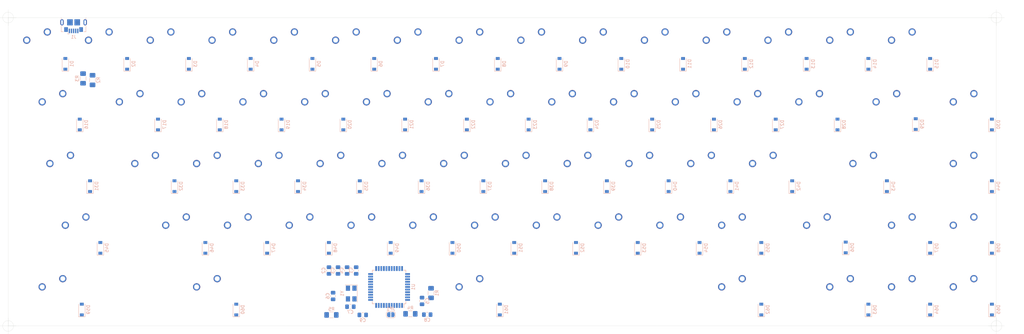
<source format=kicad_pcb>
(kicad_pcb (version 20171130) (host pcbnew "(5.1.5-0-10_14)")
  (layers (0 F.Cu signal) (31 B.Cu signal) (34 B.Paste user) (35 F.Paste user) (36 B.SilkS user) (37 F.SilkS user) (38 B.Mask user) (39 F.Mask user) (44 Edge.Cuts user))
  (net 0 "")
  (net 1 GND)
  (net 2 USB_VBUS)
  (net 3 XTAL1)
  (net 4 XTAL2)
  (net 5 "Net-(D1-Pad2)")
  (net 6 row0)
  (net 7 "Net-(D2-Pad2)")
  (net 8 row1)
  (net 9 "Net-(D3-Pad2)")
  (net 10 row2)
  (net 11 "Net-(D4-Pad2)")
  (net 12 row4)
  (net 13 "Net-(D5-Pad2)")
  (net 14 "Net-(D6-Pad2)")
  (net 15 row3)
  (net 16 "Net-(D7-Pad2)")
  (net 17 "Net-(D8-Pad2)")
  (net 18 "Net-(D9-Pad2)")
  (net 19 "Net-(D10-Pad2)")
  (net 20 "Net-(D11-Pad2)")
  (net 21 "Net-(D12-Pad2)")
  (net 22 "Net-(D13-Pad2)")
  (net 23 "Net-(D14-Pad2)")
  (net 24 "Net-(D15-Pad2)")
  (net 25 "Net-(D16-Pad2)")
  (net 26 "Net-(D17-Pad2)")
  (net 27 "Net-(D18-Pad2)")
  (net 28 "Net-(D19-Pad2)")
  (net 29 "Net-(D20-Pad2)")
  (net 30 "Net-(D21-Pad2)")
  (net 31 "Net-(D22-Pad2)")
  (net 32 "Net-(D23-Pad2)")
  (net 33 "Net-(D24-Pad2)")
  (net 34 "Net-(D25-Pad2)")
  (net 35 "Net-(D26-Pad2)")
  (net 36 "Net-(D27-Pad2)")
  (net 37 "Net-(D28-Pad2)")
  (net 38 "Net-(D29-Pad2)")
  (net 39 "Net-(D30-Pad2)")
  (net 40 "Net-(D31-Pad2)")
  (net 41 "Net-(D32-Pad2)")
  (net 42 "Net-(D33-Pad2)")
  (net 43 "Net-(D34-Pad2)")
  (net 44 "Net-(D35-Pad2)")
  (net 45 "Net-(D36-Pad2)")
  (net 46 "Net-(D37-Pad2)")
  (net 47 "Net-(D38-Pad2)")
  (net 48 "Net-(D39-Pad2)")
  (net 49 "Net-(D40-Pad2)")
  (net 50 "Net-(D41-Pad2)")
  (net 51 "Net-(D42-Pad2)")
  (net 52 "Net-(D43-Pad2)")
  (net 53 "Net-(D44-Pad2)")
  (net 54 "Net-(D45-Pad2)")
  (net 55 "Net-(D46-Pad2)")
  (net 56 "Net-(D47-Pad2)")
  (net 57 "Net-(D48-Pad2)")
  (net 58 "Net-(D49-Pad2)")
  (net 59 "Net-(D50-Pad2)")
  (net 60 "Net-(D51-Pad2)")
  (net 61 "Net-(D52-Pad2)")
  (net 62 "Net-(D53-Pad2)")
  (net 63 "Net-(D54-Pad2)")
  (net 64 "Net-(D55-Pad2)")
  (net 65 "Net-(D56-Pad2)")
  (net 66 "Net-(D57-Pad2)")
  (net 67 "Net-(D58-Pad2)")
  (net 68 "Net-(D59-Pad2)")
  (net 69 "Net-(D60-Pad2)")
  (net 70 "Net-(D61-Pad2)")
  (net 71 "Net-(D62-Pad2)")
  (net 72 "Net-(D63-Pad2)")
  (net 73 "Net-(D64-Pad2)")
  (net 74 "Net-(D65-Pad2)")
  (net 75 "Net-(J1-Pad3)")
  (net 76 "Net-(J1-Pad2)")
  (net 77 col0)
  (net 78 col1)
  (net 79 col2)
  (net 80 col3)
  (net 81 col4)
  (net 82 col5)
  (net 83 col6)
  (net 84 col7)
  (net 85 col8)
  (net 86 col9)
  (net 87 col10)
  (net 88 col11)
  (net 89 col12)
  (net 90 col13)
  (net 91 col14)
  (net 92 col15)
  (net 93 USB_Dpos)
  (net 94 USB_Dneg)
  (net 95 "Net-(C8-Pad1)")
  (net 96 "Net-(C9-Pad1)")
  (net 97 "Net-(R1-Pad2)")
  (net 98 "Net-(JP1-Pad2)")
  (module MX_Only:MXOnly-1U-NoLED (layer F.Cu) (at 202.40625 85.725)
    (fp_text reference MX53)
    (fp_text value LANGLE)
    (pad 2 thru_hole circle (at 2.54 -5.08) (size 2.25 2.25) (drill 1.47) (layers *.Cu B.Mask) (net 62 "Net-(D53-Pad2)"))
    (pad "" np_thru_hole circle (at 0 0) (size 3.9878 3.9878) (drill 3.9878) (layers *.Cu *.Mask))
    (pad 1 thru_hole circle (at -3.81 -2.54) (size 2.25 2.25) (drill 1.47) (layers *.Cu B.Mask) (net 86 col9))
    (pad "" np_thru_hole circle (at -5.08 0 48.0996) (size 1.75 1.75) (drill 1.75) (layers *.Cu *.Mask))
    (pad "" np_thru_hole circle (at 5.08 0 48.0996) (size 1.75 1.75) (drill 1.75) (layers *.Cu *.Mask))
  )
  (module Resistor_SMD:R_1206_3216Metric_Pad1.42x1.75mm_HandSolder (layer B.Cu) (at 42.672 38.354 90)
    (fp_text reference R2 (at 0 1.82 90) (layer B.SilkS) (effects (justify mirror)))
    (fp_text value 10k)
    (pad 2 smd roundrect (at 1.4875 0 90) (size 1.425 1.75) (layers B.Cu B.Paste B.Mask) (roundrect_rratio 0.175439) (net 75 "Net-(J1-Pad3)"))
    (pad 1 smd roundrect (at -1.4875 0 90) (size 1.425 1.75) (layers B.Cu B.Paste B.Mask) (roundrect_rratio 0.175439) (net 93 USB_Dpos))
  )
  (module Connector_USB:USB_Micro-B_GCT_USB3076-30-A (layer B.Cu) (at 36.83 21.717)
    (fp_text reference J1 (at 0 3.3) (layer B.SilkS) (effects (justify mirror)))
    (fp_text value USB_B_Micro)
    (pad 6 smd rect (at -2.32 1.03) (size 1.15 1.45) (layers B.Cu B.Paste B.Mask) (net 1 GND))
    (pad 6 smd rect (at 2.32 1.03) (size 1.15 1.45) (layers B.Cu B.Paste B.Mask) (net 1 GND))
    (pad 6 thru_hole oval (at 3.575 -1.2) (size 1.05 1.9) (drill oval 0.45 1.25) (layers *.Cu *.Mask) (net 1 GND))
    (pad 6 thru_hole oval (at -3.575 -1.2 180) (size 1.05 1.9) (drill oval 0.45 1.25) (layers *.Cu *.Mask) (net 1 GND))
    (pad 6 smd rect (at -1.125 -1.2) (size 1.75 1.9) (layers B.Cu B.Paste B.Mask) (net 1 GND))
    (pad 3 smd rect (at 0 1.45) (size 0.4 1.4) (layers B.Cu B.Paste B.Mask) (net 75 "Net-(J1-Pad3)"))
    (pad 4 smd rect (at 0.65 1.45) (size 0.4 1.4) (layers B.Cu B.Paste B.Mask))
    (pad 5 smd rect (at 1.3 1.45) (size 0.4 1.4) (layers B.Cu B.Paste B.Mask) (net 1 GND))
    (pad 1 smd rect (at -1.3 1.45) (size 0.4 1.4) (layers B.Cu B.Paste B.Mask) (net 2 USB_VBUS))
    (pad 2 smd rect (at -0.65 1.45) (size 0.4 1.4) (layers B.Cu B.Paste B.Mask) (net 76 "Net-(J1-Pad2)"))
    (pad 6 smd rect (at 1.125 -1.2) (size 1.75 1.9) (layers B.Cu B.Paste B.Mask) (net 1 GND))
  )
  (module Jumper:SolderJumper-2_P1.3mm_Open_RoundedPad1.0x1.5mm (layer B.Cu) (at 134.67 110.81 180)
    (fp_text reference JP1 (at 0 1.8) (layer B.SilkS) (effects (justify mirror)))
    (fp_text value Jumper_NO_Small)
    (pad 2 smd custom (at 0.65 0 180) (size 1 0.5) (layers B.Cu B.Mask) (net 98 "Net-(JP1-Pad2)") (options (clearance outline) (anchor rect)) (primitives (gr_circle (center 0 -0.25) (end 0.5 -0.25) (width 0)) (gr_circle (center 0 0.25) (end 0.5 0.25) (width 0)) (gr_poly (pts (xy 0 0.75) (xy -0.5 0.75) (xy -0.5 -0.75) (xy 0 -0.75)) (width 0))))
    (pad 1 smd custom (at -0.65 0 180) (size 1 0.5) (layers B.Cu B.Mask) (net 96 "Net-(C9-Pad1)") (options (clearance outline) (anchor rect)) (primitives (gr_circle (center 0 -0.25) (end 0.5 -0.25) (width 0)) (gr_circle (center 0 0.25) (end 0.5 0.25) (width 0)) (gr_poly (pts (xy 0 0.75) (xy 0.5 0.75) (xy 0.5 -0.75) (xy 0 -0.75)) (width 0))))
  )
  (module Crystal:Crystal_SMD_5032-4Pin_5.0x3.2mm (layer B.Cu) (at 122.448 104.288 270)
    (fp_text reference Y1 (at 0 2.8 270) (layer B.SilkS) (effects (justify mirror)))
    (fp_text value 16MHz)
    (pad 4 smd rect (at -1.65 1 270) (size 1.6 1.3) (layers B.Cu B.Paste B.Mask) (net 1 GND))
    (pad 3 smd rect (at 1.65 1 270) (size 1.6 1.3) (layers B.Cu B.Paste B.Mask) (net 4 XTAL2))
    (pad 2 smd rect (at 1.65 -1 270) (size 1.6 1.3) (layers B.Cu B.Paste B.Mask) (net 1 GND))
    (pad 1 smd rect (at -1.65 -1 270) (size 1.6 1.3) (layers B.Cu B.Paste B.Mask) (net 3 XTAL1))
  )
  (module MX_Only:MXOnly-7U-ReversedStabilizers-NoLED (layer F.Cu) (at 159.54375 104.775)
    (fp_text reference MX61)
    (fp_text value SPACE_7flipped)
    (pad 2 thru_hole circle (at 2.54 -5.08) (size 2.25 2.25) (drill 1.47) (layers *.Cu B.Mask) (net 70 "Net-(D61-Pad2)"))
    (pad "" np_thru_hole circle (at 0 0) (size 3.9878 3.9878) (drill 3.9878) (layers *.Cu *.Mask))
    (pad 1 thru_hole circle (at -3.81 -2.54) (size 2.25 2.25) (drill 1.47) (layers *.Cu B.Mask) (net 84 col7))
    (pad "" np_thru_hole circle (at -5.08 0 48.0996) (size 1.75 1.75) (drill 1.75) (layers *.Cu *.Mask))
    (pad "" np_thru_hole circle (at 5.08 0 48.0996) (size 1.75 1.75) (drill 1.75) (layers *.Cu *.Mask))
    (pad "" np_thru_hole circle (at -57.15 6.985) (size 3.048 3.048) (drill 3.048) (layers *.Cu *.Mask))
    (pad "" np_thru_hole circle (at 57.15 6.985) (size 3.048 3.048) (drill 3.048) (layers *.Cu *.Mask))
    (pad "" np_thru_hole circle (at -57.15 -8.255) (size 3.9878 3.9878) (drill 3.9878) (layers *.Cu *.Mask))
    (pad "" np_thru_hole circle (at 57.15 -8.255) (size 3.9878 3.9878) (drill 3.9878) (layers *.Cu *.Mask))
  )
  (module MX_Only:MXOnly-1U-NoLED (layer F.Cu) (at 102.39375 28.575)
    (fp_text reference MX5)
    (fp_text value 4)
    (pad 2 thru_hole circle (at 2.54 -5.08) (size 2.25 2.25) (drill 1.47) (layers *.Cu B.Mask) (net 13 "Net-(D5-Pad2)"))
    (pad "" np_thru_hole circle (at 0 0) (size 3.9878 3.9878) (drill 3.9878) (layers *.Cu *.Mask))
    (pad 1 thru_hole circle (at -3.81 -2.54) (size 2.25 2.25) (drill 1.47) (layers *.Cu B.Mask) (net 81 col4))
    (pad "" np_thru_hole circle (at -5.08 0 48.0996) (size 1.75 1.75) (drill 1.75) (layers *.Cu *.Mask))
    (pad "" np_thru_hole circle (at 5.08 0 48.0996) (size 1.75 1.75) (drill 1.75) (layers *.Cu *.Mask))
  )
  (module MX_Only:MXOnly-1.5U-NoLED (layer F.Cu) (at 240.50625 104.775)
    (fp_text reference MX62)
    (fp_text value RWIN_1.5)
    (pad 2 thru_hole circle (at 2.54 -5.08) (size 2.25 2.25) (drill 1.47) (layers *.Cu B.Mask) (net 71 "Net-(D62-Pad2)"))
    (pad "" np_thru_hole circle (at 0 0) (size 3.9878 3.9878) (drill 3.9878) (layers *.Cu *.Mask))
    (pad 1 thru_hole circle (at -3.81 -2.54) (size 2.25 2.25) (drill 1.47) (layers *.Cu B.Mask) (net 88 col11))
    (pad "" np_thru_hole circle (at -5.08 0 48.0996) (size 1.75 1.75) (drill 1.75) (layers *.Cu *.Mask))
    (pad "" np_thru_hole circle (at 5.08 0 48.0996) (size 1.75 1.75) (drill 1.75) (layers *.Cu *.Mask))
  )
  (module Package_QFP:TQFP-44_10x10mm_P0.8mm (layer B.Cu) (at 134.132 102.256 90)
    (fp_text reference U1 (at 0 7.450001 270) (layer B.SilkS) (effects (justify mirror)))
    (fp_text value ATmega32U4-AU)
    (pad 44 smd rect (at -4 5.7) (size 1.5 0.55) (layers B.Cu B.Paste B.Mask) (net 2 USB_VBUS))
    (pad 43 smd rect (at -3.2 5.7) (size 1.5 0.55) (layers B.Cu B.Paste B.Mask) (net 1 GND))
    (pad 42 smd rect (at -2.4 5.7) (size 1.5 0.55) (layers B.Cu B.Paste B.Mask))
    (pad 41 smd rect (at -1.6 5.7) (size 1.5 0.55) (layers B.Cu B.Paste B.Mask) (net 81 col4))
    (pad 40 smd rect (at -0.8 5.7) (size 1.5 0.55) (layers B.Cu B.Paste B.Mask) (net 82 col5))
    (pad 39 smd rect (at 0 5.7) (size 1.5 0.55) (layers B.Cu B.Paste B.Mask) (net 83 col6))
    (pad 38 smd rect (at 0.8 5.7) (size 1.5 0.55) (layers B.Cu B.Paste B.Mask) (net 84 col7))
    (pad 37 smd rect (at 1.6 5.7) (size 1.5 0.55) (layers B.Cu B.Paste B.Mask) (net 85 col8))
    (pad 36 smd rect (at 2.4 5.7) (size 1.5 0.55) (layers B.Cu B.Paste B.Mask) (net 86 col9))
    (pad 35 smd rect (at 3.2 5.7) (size 1.5 0.55) (layers B.Cu B.Paste B.Mask) (net 1 GND))
    (pad 34 smd rect (at 4 5.7) (size 1.5 0.55) (layers B.Cu B.Paste B.Mask) (net 2 USB_VBUS))
    (pad 33 smd rect (at 5.7 4 90) (size 1.5 0.55) (layers B.Cu B.Paste B.Mask) (net 97 "Net-(R1-Pad2)"))
    (pad 32 smd rect (at 5.7 3.2 90) (size 1.5 0.55) (layers B.Cu B.Paste B.Mask) (net 92 col15))
    (pad 31 smd rect (at 5.7 2.4 90) (size 1.5 0.55) (layers B.Cu B.Paste B.Mask) (net 91 col14))
    (pad 30 smd rect (at 5.7 1.6 90) (size 1.5 0.55) (layers B.Cu B.Paste B.Mask) (net 90 col13))
    (pad 29 smd rect (at 5.7 0.8 90) (size 1.5 0.55) (layers B.Cu B.Paste B.Mask) (net 89 col12))
    (pad 28 smd rect (at 5.7 0 90) (size 1.5 0.55) (layers B.Cu B.Paste B.Mask) (net 88 col11))
    (pad 27 smd rect (at 5.7 -0.8 90) (size 1.5 0.55) (layers B.Cu B.Paste B.Mask) (net 87 col10))
    (pad 26 smd rect (at 5.7 -1.6 90) (size 1.5 0.55) (layers B.Cu B.Paste B.Mask))
    (pad 25 smd rect (at 5.7 -2.4 90) (size 1.5 0.55) (layers B.Cu B.Paste B.Mask))
    (pad 24 smd rect (at 5.7 -3.2 90) (size 1.5 0.55) (layers B.Cu B.Paste B.Mask) (net 2 USB_VBUS))
    (pad 23 smd rect (at 5.7 -4 90) (size 1.5 0.55) (layers B.Cu B.Paste B.Mask) (net 1 GND))
    (pad 22 smd rect (at 4 -5.7) (size 1.5 0.55) (layers B.Cu B.Paste B.Mask) (net 15 row3))
    (pad 21 smd rect (at 3.2 -5.7) (size 1.5 0.55) (layers B.Cu B.Paste B.Mask) (net 10 row2))
    (pad 20 smd rect (at 2.4 -5.7) (size 1.5 0.55) (layers B.Cu B.Paste B.Mask) (net 8 row1))
    (pad 19 smd rect (at 1.6 -5.7) (size 1.5 0.55) (layers B.Cu B.Paste B.Mask) (net 6 row0))
    (pad 18 smd rect (at 0.8 -5.7) (size 1.5 0.55) (layers B.Cu B.Paste B.Mask) (net 12 row4))
    (pad 17 smd rect (at 0 -5.7) (size 1.5 0.55) (layers B.Cu B.Paste B.Mask) (net 3 XTAL1))
    (pad 16 smd rect (at -0.8 -5.7) (size 1.5 0.55) (layers B.Cu B.Paste B.Mask) (net 4 XTAL2))
    (pad 15 smd rect (at -1.6 -5.7) (size 1.5 0.55) (layers B.Cu B.Paste B.Mask) (net 1 GND))
    (pad 14 smd rect (at -2.4 -5.7) (size 1.5 0.55) (layers B.Cu B.Paste B.Mask) (net 2 USB_VBUS))
    (pad 13 smd rect (at -3.2 -5.7) (size 1.5 0.55) (layers B.Cu B.Paste B.Mask) (net 96 "Net-(C9-Pad1)"))
    (pad 12 smd rect (at -4 -5.7) (size 1.5 0.55) (layers B.Cu B.Paste B.Mask))
    (pad 11 smd rect (at -5.7 -4 90) (size 1.5 0.55) (layers B.Cu B.Paste B.Mask) (net 77 col0))
    (pad 10 smd rect (at -5.7 -3.2 90) (size 1.5 0.55) (layers B.Cu B.Paste B.Mask) (net 78 col1))
    (pad 9 smd rect (at -5.7 -2.4 90) (size 1.5 0.55) (layers B.Cu B.Paste B.Mask) (net 79 col2))
    (pad 8 smd rect (at -5.7 -1.6 90) (size 1.5 0.55) (layers B.Cu B.Paste B.Mask) (net 80 col3))
    (pad 7 smd rect (at -5.7 -0.8 90) (size 1.5 0.55) (layers B.Cu B.Paste B.Mask) (net 2 USB_VBUS))
    (pad 6 smd rect (at -5.7 0 90) (size 1.5 0.55) (layers B.Cu B.Paste B.Mask) (net 95 "Net-(C8-Pad1)"))
    (pad 5 smd rect (at -5.7 0.8 90) (size 1.5 0.55) (layers B.Cu B.Paste B.Mask) (net 1 GND))
    (pad 4 smd rect (at -5.7 1.6 90) (size 1.5 0.55) (layers B.Cu B.Paste B.Mask) (net 93 USB_Dpos))
    (pad 3 smd rect (at -5.7 2.4 90) (size 1.5 0.55) (layers B.Cu B.Paste B.Mask) (net 94 USB_Dneg))
    (pad 2 smd rect (at -5.7 3.2 90) (size 1.5 0.55) (layers B.Cu B.Paste B.Mask) (net 2 USB_VBUS))
    (pad 1 smd rect (at -5.7 4 90) (size 1.5 0.55) (layers B.Cu B.Paste B.Mask))
  )
  (module Resistor_SMD:R_1206_3216Metric_Pad1.42x1.75mm_HandSolder (layer B.Cu) (at 39.751 37.846 270)
    (fp_text reference R3 (at 0 1.82 90) (layer B.SilkS) (effects (justify mirror)))
    (fp_text value 10k)
    (pad 2 smd roundrect (at 1.4875 0 270) (size 1.425 1.75) (layers B.Cu B.Paste B.Mask) (roundrect_rratio 0.175439) (net 94 USB_Dneg))
    (pad 1 smd roundrect (at -1.4875 0 270) (size 1.425 1.75) (layers B.Cu B.Paste B.Mask) (roundrect_rratio 0.175439) (net 76 "Net-(J1-Pad2)"))
  )
  (module Resistor_SMD:R_1206_3216Metric_Pad1.42x1.75mm_HandSolder (layer B.Cu) (at 147.066 104.14 90)
    (fp_text reference R1 (at 0 1.82 90) (layer B.SilkS) (effects (justify mirror)))
    (fp_text value 1k)
    (pad 2 smd roundrect (at 1.4875 0 90) (size 1.425 1.75) (layers B.Cu B.Paste B.Mask) (roundrect_rratio 0.175439) (net 97 "Net-(R1-Pad2)"))
    (pad 1 smd roundrect (at -1.4875 0 90) (size 1.425 1.75) (layers B.Cu B.Paste B.Mask) (roundrect_rratio 0.175439) (net 1 GND))
  )
  (module Resistor_SMD:R_1206_3216Metric_Pad1.42x1.75mm_HandSolder (layer B.Cu) (at 140.7 110.55 180)
    (fp_text reference R4 (at 0 1.82) (layer B.SilkS) (effects (justify mirror)))
    (fp_text value R_Small)
    (pad 2 smd roundrect (at 1.4875 0 180) (size 1.425 1.75) (layers B.Cu B.Paste B.Mask) (roundrect_rratio 0.175439) (net 96 "Net-(C9-Pad1)"))
    (pad 1 smd roundrect (at -1.4875 0 180) (size 1.425 1.75) (layers B.Cu B.Paste B.Mask) (roundrect_rratio 0.175439) (net 2 USB_VBUS))
  )
  (module Resistor_SMD:R_1206_3216Metric_Pad1.42x1.75mm_HandSolder (layer B.Cu) (at 116.352 110.892 180)
    (fp_text reference R5 (at 0 1.82) (layer B.SilkS) (effects (justify mirror)))
    (fp_text value 330)
    (pad 2 smd roundrect (at 1.4875 0 180) (size 1.425 1.75) (layers B.Cu B.Paste B.Mask) (roundrect_rratio 0.175439) (net 1 GND))
    (pad 1 smd roundrect (at -1.4875 0 180) (size 1.425 1.75) (layers B.Cu B.Paste B.Mask) (roundrect_rratio 0.175439) (net 98 "Net-(JP1-Pad2)"))
  )
  (module MX_Only:MXOnly-1U-NoLED (layer F.Cu) (at 311.94375 104.775)
    (fp_text reference MX65)
    (fp_text value ARR_RT)
    (pad 2 thru_hole circle (at 2.54 -5.08) (size 2.25 2.25) (drill 1.47) (layers *.Cu B.Mask) (net 74 "Net-(D65-Pad2)"))
    (pad "" np_thru_hole circle (at 0 0) (size 3.9878 3.9878) (drill 3.9878) (layers *.Cu *.Mask))
    (pad 1 thru_hole circle (at -3.81 -2.54) (size 2.25 2.25) (drill 1.47) (layers *.Cu B.Mask) (net 92 col15))
    (pad "" np_thru_hole circle (at -5.08 0 48.0996) (size 1.75 1.75) (drill 1.75) (layers *.Cu *.Mask))
    (pad "" np_thru_hole circle (at 5.08 0 48.0996) (size 1.75 1.75) (drill 1.75) (layers *.Cu *.Mask))
  )
  (module MX_Only:MXOnly-1U-NoLED (layer F.Cu) (at 311.94375 85.725)
    (fp_text reference MX58)
    (fp_text value INS)
    (pad 2 thru_hole circle (at 2.54 -5.08) (size 2.25 2.25) (drill 1.47) (layers *.Cu B.Mask) (net 67 "Net-(D58-Pad2)"))
    (pad "" np_thru_hole circle (at 0 0) (size 3.9878 3.9878) (drill 3.9878) (layers *.Cu *.Mask))
    (pad 1 thru_hole circle (at -3.81 -2.54) (size 2.25 2.25) (drill 1.47) (layers *.Cu B.Mask) (net 92 col15))
    (pad "" np_thru_hole circle (at -5.08 0 48.0996) (size 1.75 1.75) (drill 1.75) (layers *.Cu *.Mask))
    (pad "" np_thru_hole circle (at 5.08 0 48.0996) (size 1.75 1.75) (drill 1.75) (layers *.Cu *.Mask))
  )
  (module MX_Only:MXOnly-1U-NoLED (layer F.Cu) (at 311.94375 66.675)
    (fp_text reference MX44)
    (fp_text value PGDN)
    (pad 2 thru_hole circle (at 2.54 -5.08) (size 2.25 2.25) (drill 1.47) (layers *.Cu B.Mask) (net 53 "Net-(D44-Pad2)"))
    (pad "" np_thru_hole circle (at 0 0) (size 3.9878 3.9878) (drill 3.9878) (layers *.Cu *.Mask))
    (pad 1 thru_hole circle (at -3.81 -2.54) (size 2.25 2.25) (drill 1.47) (layers *.Cu B.Mask) (net 92 col15))
    (pad "" np_thru_hole circle (at -5.08 0 48.0996) (size 1.75 1.75) (drill 1.75) (layers *.Cu *.Mask))
    (pad "" np_thru_hole circle (at 5.08 0 48.0996) (size 1.75 1.75) (drill 1.75) (layers *.Cu *.Mask))
  )
  (module MX_Only:MXOnly-1U-NoLED (layer F.Cu) (at 311.94375 47.625)
    (fp_text reference MX30)
    (fp_text value PGUP)
    (pad 2 thru_hole circle (at 2.54 -5.08) (size 2.25 2.25) (drill 1.47) (layers *.Cu B.Mask) (net 39 "Net-(D30-Pad2)"))
    (pad "" np_thru_hole circle (at 0 0) (size 3.9878 3.9878) (drill 3.9878) (layers *.Cu *.Mask))
    (pad 1 thru_hole circle (at -3.81 -2.54) (size 2.25 2.25) (drill 1.47) (layers *.Cu B.Mask) (net 92 col15))
    (pad "" np_thru_hole circle (at -5.08 0 48.0996) (size 1.75 1.75) (drill 1.75) (layers *.Cu *.Mask))
    (pad "" np_thru_hole circle (at 5.08 0 48.0996) (size 1.75 1.75) (drill 1.75) (layers *.Cu *.Mask))
  )
  (module MX_Only:MXOnly-1U-NoLED (layer F.Cu) (at 292.89375 104.775)
    (fp_text reference MX64)
    (fp_text value ARR_DN)
    (pad 2 thru_hole circle (at 2.54 -5.08) (size 2.25 2.25) (drill 1.47) (layers *.Cu B.Mask) (net 73 "Net-(D64-Pad2)"))
    (pad "" np_thru_hole circle (at 0 0) (size 3.9878 3.9878) (drill 3.9878) (layers *.Cu *.Mask))
    (pad 1 thru_hole circle (at -3.81 -2.54) (size 2.25 2.25) (drill 1.47) (layers *.Cu B.Mask) (net 91 col14))
    (pad "" np_thru_hole circle (at -5.08 0 48.0996) (size 1.75 1.75) (drill 1.75) (layers *.Cu *.Mask))
    (pad "" np_thru_hole circle (at 5.08 0 48.0996) (size 1.75 1.75) (drill 1.75) (layers *.Cu *.Mask))
  )
  (module MX_Only:MXOnly-1U-NoLED (layer F.Cu) (at 292.89375 85.725)
    (fp_text reference MX57)
    (fp_text value ARR_UP)
    (pad 2 thru_hole circle (at 2.54 -5.08) (size 2.25 2.25) (drill 1.47) (layers *.Cu B.Mask) (net 66 "Net-(D57-Pad2)"))
    (pad "" np_thru_hole circle (at 0 0) (size 3.9878 3.9878) (drill 3.9878) (layers *.Cu *.Mask))
    (pad 1 thru_hole circle (at -3.81 -2.54) (size 2.25 2.25) (drill 1.47) (layers *.Cu B.Mask) (net 91 col14))
    (pad "" np_thru_hole circle (at -5.08 0 48.0996) (size 1.75 1.75) (drill 1.75) (layers *.Cu *.Mask))
    (pad "" np_thru_hole circle (at 5.08 0 48.0996) (size 1.75 1.75) (drill 1.75) (layers *.Cu *.Mask))
  )
  (module MX_Only:MXOnly-1.5U-NoLED (layer F.Cu) (at 288.13125 47.625)
    (fp_text reference MX29)
    (fp_text value BSPACE_1.5)
    (pad 2 thru_hole circle (at 2.54 -5.08) (size 2.25 2.25) (drill 1.47) (layers *.Cu B.Mask) (net 38 "Net-(D29-Pad2)"))
    (pad "" np_thru_hole circle (at 0 0) (size 3.9878 3.9878) (drill 3.9878) (layers *.Cu *.Mask))
    (pad 1 thru_hole circle (at -3.81 -2.54) (size 2.25 2.25) (drill 1.47) (layers *.Cu B.Mask) (net 91 col14))
    (pad "" np_thru_hole circle (at -5.08 0 48.0996) (size 1.75 1.75) (drill 1.75) (layers *.Cu *.Mask))
    (pad "" np_thru_hole circle (at 5.08 0 48.0996) (size 1.75 1.75) (drill 1.75) (layers *.Cu *.Mask))
  )
  (module MX_Only:MXOnly-1U-NoLED (layer F.Cu) (at 292.89375 28.575)
    (fp_text reference MX15)
    (fp_text value GRAVE)
    (pad 2 thru_hole circle (at 2.54 -5.08) (size 2.25 2.25) (drill 1.47) (layers *.Cu B.Mask) (net 24 "Net-(D15-Pad2)"))
    (pad "" np_thru_hole circle (at 0 0) (size 3.9878 3.9878) (drill 3.9878) (layers *.Cu *.Mask))
    (pad 1 thru_hole circle (at -3.81 -2.54) (size 2.25 2.25) (drill 1.47) (layers *.Cu B.Mask) (net 91 col14))
    (pad "" np_thru_hole circle (at -5.08 0 48.0996) (size 1.75 1.75) (drill 1.75) (layers *.Cu *.Mask))
    (pad "" np_thru_hole circle (at 5.08 0 48.0996) (size 1.75 1.75) (drill 1.75) (layers *.Cu *.Mask))
  )
  (module MX_Only:MXOnly-1U-NoLED (layer F.Cu) (at 273.84375 104.775)
    (fp_text reference MX63)
    (fp_text value ARR_LT)
    (pad 2 thru_hole circle (at 2.54 -5.08) (size 2.25 2.25) (drill 1.47) (layers *.Cu B.Mask) (net 72 "Net-(D63-Pad2)"))
    (pad "" np_thru_hole circle (at 0 0) (size 3.9878 3.9878) (drill 3.9878) (layers *.Cu *.Mask))
    (pad 1 thru_hole circle (at -3.81 -2.54) (size 2.25 2.25) (drill 1.47) (layers *.Cu B.Mask) (net 90 col13))
    (pad "" np_thru_hole circle (at -5.08 0 48.0996) (size 1.75 1.75) (drill 1.75) (layers *.Cu *.Mask))
    (pad "" np_thru_hole circle (at 5.08 0 48.0996) (size 1.75 1.75) (drill 1.75) (layers *.Cu *.Mask))
  )
  (module MX_Only:MXOnly-1.75U-NoLED (layer F.Cu) (at 266.7 85.725)
    (fp_text reference MX56)
    (fp_text value RSHIFT_1.75)
    (pad 2 thru_hole circle (at 2.54 -5.08) (size 2.25 2.25) (drill 1.47) (layers *.Cu B.Mask) (net 65 "Net-(D56-Pad2)"))
    (pad "" np_thru_hole circle (at 0 0) (size 3.9878 3.9878) (drill 3.9878) (layers *.Cu *.Mask))
    (pad 1 thru_hole circle (at -3.81 -2.54) (size 2.25 2.25) (drill 1.47) (layers *.Cu B.Mask) (net 90 col13))
    (pad "" np_thru_hole circle (at -5.08 0 48.0996) (size 1.75 1.75) (drill 1.75) (layers *.Cu *.Mask))
    (pad "" np_thru_hole circle (at 5.08 0 48.0996) (size 1.75 1.75) (drill 1.75) (layers *.Cu *.Mask))
  )
  (module MX_Only:MXOnly-2.25U-NoLED (layer F.Cu) (at 280.9875 66.675)
    (fp_text reference MX43)
    (fp_text value ENTER_2.25)
    (pad 2 thru_hole circle (at 2.54 -5.08) (size 2.25 2.25) (drill 1.47) (layers *.Cu B.Mask) (net 52 "Net-(D43-Pad2)"))
    (pad "" np_thru_hole circle (at 0 0) (size 3.9878 3.9878) (drill 3.9878) (layers *.Cu *.Mask))
    (pad 1 thru_hole circle (at -3.81 -2.54) (size 2.25 2.25) (drill 1.47) (layers *.Cu B.Mask) (net 90 col13))
    (pad "" np_thru_hole circle (at -5.08 0 48.0996) (size 1.75 1.75) (drill 1.75) (layers *.Cu *.Mask))
    (pad "" np_thru_hole circle (at 5.08 0 48.0996) (size 1.75 1.75) (drill 1.75) (layers *.Cu *.Mask))
    (pad "" np_thru_hole circle (at -11.90625 -6.985) (size 3.048 3.048) (drill 3.048) (layers *.Cu *.Mask))
    (pad "" np_thru_hole circle (at 11.90625 -6.985) (size 3.048 3.048) (drill 3.048) (layers *.Cu *.Mask))
    (pad "" np_thru_hole circle (at -11.90625 8.255) (size 3.9878 3.9878) (drill 3.9878) (layers *.Cu *.Mask))
    (pad "" np_thru_hole circle (at 11.90625 8.255) (size 3.9878 3.9878) (drill 3.9878) (layers *.Cu *.Mask))
  )
  (module MX_Only:MXOnly-1U-NoLED (layer F.Cu) (at 264.31875 47.625)
    (fp_text reference MX28)
    (fp_text value RBRACE)
    (pad 2 thru_hole circle (at 2.54 -5.08) (size 2.25 2.25) (drill 1.47) (layers *.Cu B.Mask) (net 37 "Net-(D28-Pad2)"))
    (pad "" np_thru_hole circle (at 0 0) (size 3.9878 3.9878) (drill 3.9878) (layers *.Cu *.Mask))
    (pad 1 thru_hole circle (at -3.81 -2.54) (size 2.25 2.25) (drill 1.47) (layers *.Cu B.Mask) (net 90 col13))
    (pad "" np_thru_hole circle (at -5.08 0 48.0996) (size 1.75 1.75) (drill 1.75) (layers *.Cu *.Mask))
    (pad "" np_thru_hole circle (at 5.08 0 48.0996) (size 1.75 1.75) (drill 1.75) (layers *.Cu *.Mask))
  )
  (module MX_Only:MXOnly-1U-NoLED (layer F.Cu) (at 273.84375 28.575)
    (fp_text reference MX14)
    (fp_text value BSLASH)
    (pad 2 thru_hole circle (at 2.54 -5.08) (size 2.25 2.25) (drill 1.47) (layers *.Cu B.Mask) (net 23 "Net-(D14-Pad2)"))
    (pad "" np_thru_hole circle (at 0 0) (size 3.9878 3.9878) (drill 3.9878) (layers *.Cu *.Mask))
    (pad 1 thru_hole circle (at -3.81 -2.54) (size 2.25 2.25) (drill 1.47) (layers *.Cu B.Mask) (net 90 col13))
    (pad "" np_thru_hole circle (at -5.08 0 48.0996) (size 1.75 1.75) (drill 1.75) (layers *.Cu *.Mask))
    (pad "" np_thru_hole circle (at 5.08 0 48.0996) (size 1.75 1.75) (drill 1.75) (layers *.Cu *.Mask))
  )
  (module MX_Only:MXOnly-1U-NoLED (layer F.Cu) (at 250.03125 66.675)
    (fp_text reference MX42)
    (fp_text value QUOTE)
    (pad 2 thru_hole circle (at 2.54 -5.08) (size 2.25 2.25) (drill 1.47) (layers *.Cu B.Mask) (net 51 "Net-(D42-Pad2)"))
    (pad "" np_thru_hole circle (at 0 0) (size 3.9878 3.9878) (drill 3.9878) (layers *.Cu *.Mask))
    (pad 1 thru_hole circle (at -3.81 -2.54) (size 2.25 2.25) (drill 1.47) (layers *.Cu B.Mask) (net 89 col12))
    (pad "" np_thru_hole circle (at -5.08 0 48.0996) (size 1.75 1.75) (drill 1.75) (layers *.Cu *.Mask))
    (pad "" np_thru_hole circle (at 5.08 0 48.0996) (size 1.75 1.75) (drill 1.75) (layers *.Cu *.Mask))
  )
  (module MX_Only:MXOnly-1U-NoLED (layer F.Cu) (at 245.26875 47.625)
    (fp_text reference MX27)
    (fp_text value LBRACE)
    (pad 2 thru_hole circle (at 2.54 -5.08) (size 2.25 2.25) (drill 1.47) (layers *.Cu B.Mask) (net 36 "Net-(D27-Pad2)"))
    (pad "" np_thru_hole circle (at 0 0) (size 3.9878 3.9878) (drill 3.9878) (layers *.Cu *.Mask))
    (pad 1 thru_hole circle (at -3.81 -2.54) (size 2.25 2.25) (drill 1.47) (layers *.Cu B.Mask) (net 89 col12))
    (pad "" np_thru_hole circle (at -5.08 0 48.0996) (size 1.75 1.75) (drill 1.75) (layers *.Cu *.Mask))
    (pad "" np_thru_hole circle (at 5.08 0 48.0996) (size 1.75 1.75) (drill 1.75) (layers *.Cu *.Mask))
  )
  (module MX_Only:MXOnly-1U-NoLED (layer F.Cu) (at 254.79375 28.575)
    (fp_text reference MX13)
    (fp_text value PLUS)
    (pad 2 thru_hole circle (at 2.54 -5.08) (size 2.25 2.25) (drill 1.47) (layers *.Cu B.Mask) (net 22 "Net-(D13-Pad2)"))
    (pad "" np_thru_hole circle (at 0 0) (size 3.9878 3.9878) (drill 3.9878) (layers *.Cu *.Mask))
    (pad 1 thru_hole circle (at -3.81 -2.54) (size 2.25 2.25) (drill 1.47) (layers *.Cu B.Mask) (net 89 col12))
    (pad "" np_thru_hole circle (at -5.08 0 48.0996) (size 1.75 1.75) (drill 1.75) (layers *.Cu *.Mask))
    (pad "" np_thru_hole circle (at 5.08 0 48.0996) (size 1.75 1.75) (drill 1.75) (layers *.Cu *.Mask))
  )
  (module MX_Only:MXOnly-1U-NoLED (layer F.Cu) (at 240.50625 85.725)
    (fp_text reference MX55)
    (fp_text value SLASH)
    (pad 2 thru_hole circle (at 2.54 -5.08) (size 2.25 2.25) (drill 1.47) (layers *.Cu B.Mask) (net 64 "Net-(D55-Pad2)"))
    (pad "" np_thru_hole circle (at 0 0) (size 3.9878 3.9878) (drill 3.9878) (layers *.Cu *.Mask))
    (pad 1 thru_hole circle (at -3.81 -2.54) (size 2.25 2.25) (drill 1.47) (layers *.Cu B.Mask) (net 88 col11))
    (pad "" np_thru_hole circle (at -5.08 0 48.0996) (size 1.75 1.75) (drill 1.75) (layers *.Cu *.Mask))
    (pad "" np_thru_hole circle (at 5.08 0 48.0996) (size 1.75 1.75) (drill 1.75) (layers *.Cu *.Mask))
  )
  (module MX_Only:MXOnly-1U-NoLED (layer F.Cu) (at 230.98125 66.675)
    (fp_text reference MX41)
    (fp_text value COLON)
    (pad 2 thru_hole circle (at 2.54 -5.08) (size 2.25 2.25) (drill 1.47) (layers *.Cu B.Mask) (net 50 "Net-(D41-Pad2)"))
    (pad "" np_thru_hole circle (at 0 0) (size 3.9878 3.9878) (drill 3.9878) (layers *.Cu *.Mask))
    (pad 1 thru_hole circle (at -3.81 -2.54) (size 2.25 2.25) (drill 1.47) (layers *.Cu B.Mask) (net 88 col11))
    (pad "" np_thru_hole circle (at -5.08 0 48.0996) (size 1.75 1.75) (drill 1.75) (layers *.Cu *.Mask))
    (pad "" np_thru_hole circle (at 5.08 0 48.0996) (size 1.75 1.75) (drill 1.75) (layers *.Cu *.Mask))
  )
  (module MX_Only:MXOnly-1U-NoLED (layer F.Cu) (at 226.21875 47.625)
    (fp_text reference MX26)
    (fp_text value P)
    (pad 2 thru_hole circle (at 2.54 -5.08) (size 2.25 2.25) (drill 1.47) (layers *.Cu B.Mask) (net 35 "Net-(D26-Pad2)"))
    (pad "" np_thru_hole circle (at 0 0) (size 3.9878 3.9878) (drill 3.9878) (layers *.Cu *.Mask))
    (pad 1 thru_hole circle (at -3.81 -2.54) (size 2.25 2.25) (drill 1.47) (layers *.Cu B.Mask) (net 88 col11))
    (pad "" np_thru_hole circle (at -5.08 0 48.0996) (size 1.75 1.75) (drill 1.75) (layers *.Cu *.Mask))
    (pad "" np_thru_hole circle (at 5.08 0 48.0996) (size 1.75 1.75) (drill 1.75) (layers *.Cu *.Mask))
  )
  (module MX_Only:MXOnly-1U-NoLED (layer F.Cu) (at 235.74375 28.575)
    (fp_text reference MX12)
    (fp_text value MINUS)
    (pad 2 thru_hole circle (at 2.54 -5.08) (size 2.25 2.25) (drill 1.47) (layers *.Cu B.Mask) (net 21 "Net-(D12-Pad2)"))
    (pad "" np_thru_hole circle (at 0 0) (size 3.9878 3.9878) (drill 3.9878) (layers *.Cu *.Mask))
    (pad 1 thru_hole circle (at -3.81 -2.54) (size 2.25 2.25) (drill 1.47) (layers *.Cu B.Mask) (net 88 col11))
    (pad "" np_thru_hole circle (at -5.08 0 48.0996) (size 1.75 1.75) (drill 1.75) (layers *.Cu *.Mask))
    (pad "" np_thru_hole circle (at 5.08 0 48.0996) (size 1.75 1.75) (drill 1.75) (layers *.Cu *.Mask))
  )
  (module MX_Only:MXOnly-1U-NoLED (layer F.Cu) (at 221.45625 85.725)
    (fp_text reference MX54)
    (fp_text value RANGLE)
    (pad 2 thru_hole circle (at 2.54 -5.08) (size 2.25 2.25) (drill 1.47) (layers *.Cu B.Mask) (net 63 "Net-(D54-Pad2)"))
    (pad "" np_thru_hole circle (at 0 0) (size 3.9878 3.9878) (drill 3.9878) (layers *.Cu *.Mask))
    (pad 1 thru_hole circle (at -3.81 -2.54) (size 2.25 2.25) (drill 1.47) (layers *.Cu B.Mask) (net 87 col10))
    (pad "" np_thru_hole circle (at -5.08 0 48.0996) (size 1.75 1.75) (drill 1.75) (layers *.Cu *.Mask))
    (pad "" np_thru_hole circle (at 5.08 0 48.0996) (size 1.75 1.75) (drill 1.75) (layers *.Cu *.Mask))
  )
  (module MX_Only:MXOnly-1U-NoLED (layer F.Cu) (at 211.93125 66.675)
    (fp_text reference MX40)
    (fp_text value L)
    (pad 2 thru_hole circle (at 2.54 -5.08) (size 2.25 2.25) (drill 1.47) (layers *.Cu B.Mask) (net 49 "Net-(D40-Pad2)"))
    (pad "" np_thru_hole circle (at 0 0) (size 3.9878 3.9878) (drill 3.9878) (layers *.Cu *.Mask))
    (pad 1 thru_hole circle (at -3.81 -2.54) (size 2.25 2.25) (drill 1.47) (layers *.Cu B.Mask) (net 87 col10))
    (pad "" np_thru_hole circle (at -5.08 0 48.0996) (size 1.75 1.75) (drill 1.75) (layers *.Cu *.Mask))
    (pad "" np_thru_hole circle (at 5.08 0 48.0996) (size 1.75 1.75) (drill 1.75) (layers *.Cu *.Mask))
  )
  (module MX_Only:MXOnly-1U-NoLED (layer F.Cu) (at 207.16875 47.625)
    (fp_text reference MX25)
    (fp_text value O)
    (pad 2 thru_hole circle (at 2.54 -5.08) (size 2.25 2.25) (drill 1.47) (layers *.Cu B.Mask) (net 34 "Net-(D25-Pad2)"))
    (pad "" np_thru_hole circle (at 0 0) (size 3.9878 3.9878) (drill 3.9878) (layers *.Cu *.Mask))
    (pad 1 thru_hole circle (at -3.81 -2.54) (size 2.25 2.25) (drill 1.47) (layers *.Cu B.Mask) (net 87 col10))
    (pad "" np_thru_hole circle (at -5.08 0 48.0996) (size 1.75 1.75) (drill 1.75) (layers *.Cu *.Mask))
    (pad "" np_thru_hole circle (at 5.08 0 48.0996) (size 1.75 1.75) (drill 1.75) (layers *.Cu *.Mask))
  )
  (module MX_Only:MXOnly-1U-NoLED (layer F.Cu) (at 216.69375 28.575)
    (fp_text reference MX11)
    (fp_text value 0)
    (pad 2 thru_hole circle (at 2.54 -5.08) (size 2.25 2.25) (drill 1.47) (layers *.Cu B.Mask) (net 20 "Net-(D11-Pad2)"))
    (pad "" np_thru_hole circle (at 0 0) (size 3.9878 3.9878) (drill 3.9878) (layers *.Cu *.Mask))
    (pad 1 thru_hole circle (at -3.81 -2.54) (size 2.25 2.25) (drill 1.47) (layers *.Cu B.Mask) (net 87 col10))
    (pad "" np_thru_hole circle (at -5.08 0 48.0996) (size 1.75 1.75) (drill 1.75) (layers *.Cu *.Mask))
    (pad "" np_thru_hole circle (at 5.08 0 48.0996) (size 1.75 1.75) (drill 1.75) (layers *.Cu *.Mask))
  )
  (module MX_Only:MXOnly-1U-NoLED (layer F.Cu) (at 192.88125 66.675)
    (fp_text reference MX39)
    (fp_text value K)
    (pad 2 thru_hole circle (at 2.54 -5.08) (size 2.25 2.25) (drill 1.47) (layers *.Cu B.Mask) (net 48 "Net-(D39-Pad2)"))
    (pad "" np_thru_hole circle (at 0 0) (size 3.9878 3.9878) (drill 3.9878) (layers *.Cu *.Mask))
    (pad 1 thru_hole circle (at -3.81 -2.54) (size 2.25 2.25) (drill 1.47) (layers *.Cu B.Mask) (net 86 col9))
    (pad "" np_thru_hole circle (at -5.08 0 48.0996) (size 1.75 1.75) (drill 1.75) (layers *.Cu *.Mask))
    (pad "" np_thru_hole circle (at 5.08 0 48.0996) (size 1.75 1.75) (drill 1.75) (layers *.Cu *.Mask))
  )
  (module MX_Only:MXOnly-1U-NoLED (layer F.Cu) (at 188.11875 47.625)
    (fp_text reference MX24)
    (fp_text value I)
    (pad 2 thru_hole circle (at 2.54 -5.08) (size 2.25 2.25) (drill 1.47) (layers *.Cu B.Mask) (net 33 "Net-(D24-Pad2)"))
    (pad "" np_thru_hole circle (at 0 0) (size 3.9878 3.9878) (drill 3.9878) (layers *.Cu *.Mask))
    (pad 1 thru_hole circle (at -3.81 -2.54) (size 2.25 2.25) (drill 1.47) (layers *.Cu B.Mask) (net 86 col9))
    (pad "" np_thru_hole circle (at -5.08 0 48.0996) (size 1.75 1.75) (drill 1.75) (layers *.Cu *.Mask))
    (pad "" np_thru_hole circle (at 5.08 0 48.0996) (size 1.75 1.75) (drill 1.75) (layers *.Cu *.Mask))
  )
  (module MX_Only:MXOnly-1U-NoLED (layer F.Cu) (at 197.64375 28.575)
    (fp_text reference MX10)
    (fp_text value 9)
    (pad 2 thru_hole circle (at 2.54 -5.08) (size 2.25 2.25) (drill 1.47) (layers *.Cu B.Mask) (net 19 "Net-(D10-Pad2)"))
    (pad "" np_thru_hole circle (at 0 0) (size 3.9878 3.9878) (drill 3.9878) (layers *.Cu *.Mask))
    (pad 1 thru_hole circle (at -3.81 -2.54) (size 2.25 2.25) (drill 1.47) (layers *.Cu B.Mask) (net 86 col9))
    (pad "" np_thru_hole circle (at -5.08 0 48.0996) (size 1.75 1.75) (drill 1.75) (layers *.Cu *.Mask))
    (pad "" np_thru_hole circle (at 5.08 0 48.0996) (size 1.75 1.75) (drill 1.75) (layers *.Cu *.Mask))
  )
  (module MX_Only:MXOnly-1U-NoLED (layer F.Cu) (at 183.35625 85.725)
    (fp_text reference MX52)
    (fp_text value M)
    (pad 2 thru_hole circle (at 2.54 -5.08) (size 2.25 2.25) (drill 1.47) (layers *.Cu B.Mask) (net 61 "Net-(D52-Pad2)"))
    (pad "" np_thru_hole circle (at 0 0) (size 3.9878 3.9878) (drill 3.9878) (layers *.Cu *.Mask))
    (pad 1 thru_hole circle (at -3.81 -2.54) (size 2.25 2.25) (drill 1.47) (layers *.Cu B.Mask) (net 85 col8))
    (pad "" np_thru_hole circle (at -5.08 0 48.0996) (size 1.75 1.75) (drill 1.75) (layers *.Cu *.Mask))
    (pad "" np_thru_hole circle (at 5.08 0 48.0996) (size 1.75 1.75) (drill 1.75) (layers *.Cu *.Mask))
  )
  (module MX_Only:MXOnly-1U-NoLED (layer F.Cu) (at 173.83125 66.675)
    (fp_text reference MX38)
    (fp_text value J)
    (pad 2 thru_hole circle (at 2.54 -5.08) (size 2.25 2.25) (drill 1.47) (layers *.Cu B.Mask) (net 47 "Net-(D38-Pad2)"))
    (pad "" np_thru_hole circle (at 0 0) (size 3.9878 3.9878) (drill 3.9878) (layers *.Cu *.Mask))
    (pad 1 thru_hole circle (at -3.81 -2.54) (size 2.25 2.25) (drill 1.47) (layers *.Cu B.Mask) (net 85 col8))
    (pad "" np_thru_hole circle (at -5.08 0 48.0996) (size 1.75 1.75) (drill 1.75) (layers *.Cu *.Mask))
    (pad "" np_thru_hole circle (at 5.08 0 48.0996) (size 1.75 1.75) (drill 1.75) (layers *.Cu *.Mask))
  )
  (module MX_Only:MXOnly-1U-NoLED (layer F.Cu) (at 169.06875 47.625)
    (fp_text reference MX23)
    (fp_text value U)
    (pad 2 thru_hole circle (at 2.54 -5.08) (size 2.25 2.25) (drill 1.47) (layers *.Cu B.Mask) (net 32 "Net-(D23-Pad2)"))
    (pad "" np_thru_hole circle (at 0 0) (size 3.9878 3.9878) (drill 3.9878) (layers *.Cu *.Mask))
    (pad 1 thru_hole circle (at -3.81 -2.54) (size 2.25 2.25) (drill 1.47) (layers *.Cu B.Mask) (net 85 col8))
    (pad "" np_thru_hole circle (at -5.08 0 48.0996) (size 1.75 1.75) (drill 1.75) (layers *.Cu *.Mask))
    (pad "" np_thru_hole circle (at 5.08 0 48.0996) (size 1.75 1.75) (drill 1.75) (layers *.Cu *.Mask))
  )
  (module MX_Only:MXOnly-1U-NoLED (layer F.Cu) (at 178.59375 28.575)
    (fp_text reference MX9)
    (fp_text value 8)
    (pad 2 thru_hole circle (at 2.54 -5.08) (size 2.25 2.25) (drill 1.47) (layers *.Cu B.Mask) (net 18 "Net-(D9-Pad2)"))
    (pad "" np_thru_hole circle (at 0 0) (size 3.9878 3.9878) (drill 3.9878) (layers *.Cu *.Mask))
    (pad 1 thru_hole circle (at -3.81 -2.54) (size 2.25 2.25) (drill 1.47) (layers *.Cu B.Mask) (net 85 col8))
    (pad "" np_thru_hole circle (at -5.08 0 48.0996) (size 1.75 1.75) (drill 1.75) (layers *.Cu *.Mask))
    (pad "" np_thru_hole circle (at 5.08 0 48.0996) (size 1.75 1.75) (drill 1.75) (layers *.Cu *.Mask))
  )
  (module MX_Only:MXOnly-1U-NoLED (layer F.Cu) (at 164.30625 85.725)
    (fp_text reference MX51)
    (fp_text value N)
    (pad 2 thru_hole circle (at 2.54 -5.08) (size 2.25 2.25) (drill 1.47) (layers *.Cu B.Mask) (net 60 "Net-(D51-Pad2)"))
    (pad "" np_thru_hole circle (at 0 0) (size 3.9878 3.9878) (drill 3.9878) (layers *.Cu *.Mask))
    (pad 1 thru_hole circle (at -3.81 -2.54) (size 2.25 2.25) (drill 1.47) (layers *.Cu B.Mask) (net 84 col7))
    (pad "" np_thru_hole circle (at -5.08 0 48.0996) (size 1.75 1.75) (drill 1.75) (layers *.Cu *.Mask))
    (pad "" np_thru_hole circle (at 5.08 0 48.0996) (size 1.75 1.75) (drill 1.75) (layers *.Cu *.Mask))
  )
  (module MX_Only:MXOnly-1U-NoLED (layer F.Cu) (at 154.78125 66.675)
    (fp_text reference MX37)
    (fp_text value H)
    (pad 2 thru_hole circle (at 2.54 -5.08) (size 2.25 2.25) (drill 1.47) (layers *.Cu B.Mask) (net 46 "Net-(D37-Pad2)"))
    (pad "" np_thru_hole circle (at 0 0) (size 3.9878 3.9878) (drill 3.9878) (layers *.Cu *.Mask))
    (pad 1 thru_hole circle (at -3.81 -2.54) (size 2.25 2.25) (drill 1.47) (layers *.Cu B.Mask) (net 84 col7))
    (pad "" np_thru_hole circle (at -5.08 0 48.0996) (size 1.75 1.75) (drill 1.75) (layers *.Cu *.Mask))
    (pad "" np_thru_hole circle (at 5.08 0 48.0996) (size 1.75 1.75) (drill 1.75) (layers *.Cu *.Mask))
  )
  (module MX_Only:MXOnly-1U-NoLED (layer F.Cu) (at 150.01875 47.625)
    (fp_text reference MX22)
    (fp_text value Y)
    (pad 2 thru_hole circle (at 2.54 -5.08) (size 2.25 2.25) (drill 1.47) (layers *.Cu B.Mask) (net 31 "Net-(D22-Pad2)"))
    (pad "" np_thru_hole circle (at 0 0) (size 3.9878 3.9878) (drill 3.9878) (layers *.Cu *.Mask))
    (pad 1 thru_hole circle (at -3.81 -2.54) (size 2.25 2.25) (drill 1.47) (layers *.Cu B.Mask) (net 84 col7))
    (pad "" np_thru_hole circle (at -5.08 0 48.0996) (size 1.75 1.75) (drill 1.75) (layers *.Cu *.Mask))
    (pad "" np_thru_hole circle (at 5.08 0 48.0996) (size 1.75 1.75) (drill 1.75) (layers *.Cu *.Mask))
  )
  (module MX_Only:MXOnly-1U-NoLED (layer F.Cu) (at 159.54375 28.575)
    (fp_text reference MX8)
    (fp_text value 7)
    (pad 2 thru_hole circle (at 2.54 -5.08) (size 2.25 2.25) (drill 1.47) (layers *.Cu B.Mask) (net 17 "Net-(D8-Pad2)"))
    (pad "" np_thru_hole circle (at 0 0) (size 3.9878 3.9878) (drill 3.9878) (layers *.Cu *.Mask))
    (pad 1 thru_hole circle (at -3.81 -2.54) (size 2.25 2.25) (drill 1.47) (layers *.Cu B.Mask) (net 84 col7))
    (pad "" np_thru_hole circle (at -5.08 0 48.0996) (size 1.75 1.75) (drill 1.75) (layers *.Cu *.Mask))
    (pad "" np_thru_hole circle (at 5.08 0 48.0996) (size 1.75 1.75) (drill 1.75) (layers *.Cu *.Mask))
  )
  (module MX_Only:MXOnly-1U-NoLED (layer F.Cu) (at 145.25625 85.725)
    (fp_text reference MX50)
    (fp_text value B)
    (pad 2 thru_hole circle (at 2.54 -5.08) (size 2.25 2.25) (drill 1.47) (layers *.Cu B.Mask) (net 59 "Net-(D50-Pad2)"))
    (pad "" np_thru_hole circle (at 0 0) (size 3.9878 3.9878) (drill 3.9878) (layers *.Cu *.Mask))
    (pad 1 thru_hole circle (at -3.81 -2.54) (size 2.25 2.25) (drill 1.47) (layers *.Cu B.Mask) (net 83 col6))
    (pad "" np_thru_hole circle (at -5.08 0 48.0996) (size 1.75 1.75) (drill 1.75) (layers *.Cu *.Mask))
    (pad "" np_thru_hole circle (at 5.08 0 48.0996) (size 1.75 1.75) (drill 1.75) (layers *.Cu *.Mask))
  )
  (module MX_Only:MXOnly-1U-NoLED (layer F.Cu) (at 135.73125 66.675)
    (fp_text reference MX36)
    (fp_text value G)
    (pad 2 thru_hole circle (at 2.54 -5.08) (size 2.25 2.25) (drill 1.47) (layers *.Cu B.Mask) (net 45 "Net-(D36-Pad2)"))
    (pad "" np_thru_hole circle (at 0 0) (size 3.9878 3.9878) (drill 3.9878) (layers *.Cu *.Mask))
    (pad 1 thru_hole circle (at -3.81 -2.54) (size 2.25 2.25) (drill 1.47) (layers *.Cu B.Mask) (net 83 col6))
    (pad "" np_thru_hole circle (at -5.08 0 48.0996) (size 1.75 1.75) (drill 1.75) (layers *.Cu *.Mask))
    (pad "" np_thru_hole circle (at 5.08 0 48.0996) (size 1.75 1.75) (drill 1.75) (layers *.Cu *.Mask))
  )
  (module MX_Only:MXOnly-1U-NoLED (layer F.Cu) (at 130.96875 47.625)
    (fp_text reference MX21)
    (fp_text value T)
    (pad 2 thru_hole circle (at 2.54 -5.08) (size 2.25 2.25) (drill 1.47) (layers *.Cu B.Mask) (net 30 "Net-(D21-Pad2)"))
    (pad "" np_thru_hole circle (at 0 0) (size 3.9878 3.9878) (drill 3.9878) (layers *.Cu *.Mask))
    (pad 1 thru_hole circle (at -3.81 -2.54) (size 2.25 2.25) (drill 1.47) (layers *.Cu B.Mask) (net 83 col6))
    (pad "" np_thru_hole circle (at -5.08 0 48.0996) (size 1.75 1.75) (drill 1.75) (layers *.Cu *.Mask))
    (pad "" np_thru_hole circle (at 5.08 0 48.0996) (size 1.75 1.75) (drill 1.75) (layers *.Cu *.Mask))
  )
  (module MX_Only:MXOnly-1U-NoLED (layer F.Cu) (at 140.49375 28.575)
    (fp_text reference MX7)
    (fp_text value 6)
    (pad 2 thru_hole circle (at 2.54 -5.08) (size 2.25 2.25) (drill 1.47) (layers *.Cu B.Mask) (net 16 "Net-(D7-Pad2)"))
    (pad "" np_thru_hole circle (at 0 0) (size 3.9878 3.9878) (drill 3.9878) (layers *.Cu *.Mask))
    (pad 1 thru_hole circle (at -3.81 -2.54) (size 2.25 2.25) (drill 1.47) (layers *.Cu B.Mask) (net 83 col6))
    (pad "" np_thru_hole circle (at -5.08 0 48.0996) (size 1.75 1.75) (drill 1.75) (layers *.Cu *.Mask))
    (pad "" np_thru_hole circle (at 5.08 0 48.0996) (size 1.75 1.75) (drill 1.75) (layers *.Cu *.Mask))
  )
  (module MX_Only:MXOnly-1U-NoLED (layer F.Cu) (at 126.20625 85.725)
    (fp_text reference MX49)
    (fp_text value V)
    (pad 2 thru_hole circle (at 2.54 -5.08) (size 2.25 2.25) (drill 1.47) (layers *.Cu B.Mask) (net 58 "Net-(D49-Pad2)"))
    (pad "" np_thru_hole circle (at 0 0) (size 3.9878 3.9878) (drill 3.9878) (layers *.Cu *.Mask))
    (pad 1 thru_hole circle (at -3.81 -2.54) (size 2.25 2.25) (drill 1.47) (layers *.Cu B.Mask) (net 82 col5))
    (pad "" np_thru_hole circle (at -5.08 0 48.0996) (size 1.75 1.75) (drill 1.75) (layers *.Cu *.Mask))
    (pad "" np_thru_hole circle (at 5.08 0 48.0996) (size 1.75 1.75) (drill 1.75) (layers *.Cu *.Mask))
  )
  (module MX_Only:MXOnly-1U-NoLED (layer F.Cu) (at 116.68125 66.675)
    (fp_text reference MX35)
    (fp_text value F)
    (pad 2 thru_hole circle (at 2.54 -5.08) (size 2.25 2.25) (drill 1.47) (layers *.Cu B.Mask) (net 44 "Net-(D35-Pad2)"))
    (pad "" np_thru_hole circle (at 0 0) (size 3.9878 3.9878) (drill 3.9878) (layers *.Cu *.Mask))
    (pad 1 thru_hole circle (at -3.81 -2.54) (size 2.25 2.25) (drill 1.47) (layers *.Cu B.Mask) (net 82 col5))
    (pad "" np_thru_hole circle (at -5.08 0 48.0996) (size 1.75 1.75) (drill 1.75) (layers *.Cu *.Mask))
    (pad "" np_thru_hole circle (at 5.08 0 48.0996) (size 1.75 1.75) (drill 1.75) (layers *.Cu *.Mask))
  )
  (module MX_Only:MXOnly-1U-NoLED (layer F.Cu) (at 111.91875 47.625)
    (fp_text reference MX20)
    (fp_text value R)
    (pad 2 thru_hole circle (at 2.54 -5.08) (size 2.25 2.25) (drill 1.47) (layers *.Cu B.Mask) (net 29 "Net-(D20-Pad2)"))
    (pad "" np_thru_hole circle (at 0 0) (size 3.9878 3.9878) (drill 3.9878) (layers *.Cu *.Mask))
    (pad 1 thru_hole circle (at -3.81 -2.54) (size 2.25 2.25) (drill 1.47) (layers *.Cu B.Mask) (net 82 col5))
    (pad "" np_thru_hole circle (at -5.08 0 48.0996) (size 1.75 1.75) (drill 1.75) (layers *.Cu *.Mask))
    (pad "" np_thru_hole circle (at 5.08 0 48.0996) (size 1.75 1.75) (drill 1.75) (layers *.Cu *.Mask))
  )
  (module MX_Only:MXOnly-1U-NoLED (layer F.Cu) (at 121.44375 28.575)
    (fp_text reference MX6)
    (fp_text value 5)
    (pad 2 thru_hole circle (at 2.54 -5.08) (size 2.25 2.25) (drill 1.47) (layers *.Cu B.Mask) (net 14 "Net-(D6-Pad2)"))
    (pad "" np_thru_hole circle (at 0 0) (size 3.9878 3.9878) (drill 3.9878) (layers *.Cu *.Mask))
    (pad 1 thru_hole circle (at -3.81 -2.54) (size 2.25 2.25) (drill 1.47) (layers *.Cu B.Mask) (net 82 col5))
    (pad "" np_thru_hole circle (at -5.08 0 48.0996) (size 1.75 1.75) (drill 1.75) (layers *.Cu *.Mask))
    (pad "" np_thru_hole circle (at 5.08 0 48.0996) (size 1.75 1.75) (drill 1.75) (layers *.Cu *.Mask))
  )
  (module MX_Only:MXOnly-1U-NoLED (layer F.Cu) (at 107.15625 85.725)
    (fp_text reference MX48)
    (fp_text value C)
    (pad 2 thru_hole circle (at 2.54 -5.08) (size 2.25 2.25) (drill 1.47) (layers *.Cu B.Mask) (net 57 "Net-(D48-Pad2)"))
    (pad "" np_thru_hole circle (at 0 0) (size 3.9878 3.9878) (drill 3.9878) (layers *.Cu *.Mask))
    (pad 1 thru_hole circle (at -3.81 -2.54) (size 2.25 2.25) (drill 1.47) (layers *.Cu B.Mask) (net 81 col4))
    (pad "" np_thru_hole circle (at -5.08 0 48.0996) (size 1.75 1.75) (drill 1.75) (layers *.Cu *.Mask))
    (pad "" np_thru_hole circle (at 5.08 0 48.0996) (size 1.75 1.75) (drill 1.75) (layers *.Cu *.Mask))
  )
  (module MX_Only:MXOnly-1U-NoLED (layer F.Cu) (at 97.63125 66.675)
    (fp_text reference MX34)
    (fp_text value D)
    (pad 2 thru_hole circle (at 2.54 -5.08) (size 2.25 2.25) (drill 1.47) (layers *.Cu B.Mask) (net 43 "Net-(D34-Pad2)"))
    (pad "" np_thru_hole circle (at 0 0) (size 3.9878 3.9878) (drill 3.9878) (layers *.Cu *.Mask))
    (pad 1 thru_hole circle (at -3.81 -2.54) (size 2.25 2.25) (drill 1.47) (layers *.Cu B.Mask) (net 81 col4))
    (pad "" np_thru_hole circle (at -5.08 0 48.0996) (size 1.75 1.75) (drill 1.75) (layers *.Cu *.Mask))
    (pad "" np_thru_hole circle (at 5.08 0 48.0996) (size 1.75 1.75) (drill 1.75) (layers *.Cu *.Mask))
  )
  (module MX_Only:MXOnly-1U-NoLED (layer F.Cu) (at 92.86875 47.625)
    (fp_text reference MX19)
    (fp_text value E)
    (pad 2 thru_hole circle (at 2.54 -5.08) (size 2.25 2.25) (drill 1.47) (layers *.Cu B.Mask) (net 28 "Net-(D19-Pad2)"))
    (pad "" np_thru_hole circle (at 0 0) (size 3.9878 3.9878) (drill 3.9878) (layers *.Cu *.Mask))
    (pad 1 thru_hole circle (at -3.81 -2.54) (size 2.25 2.25) (drill 1.47) (layers *.Cu B.Mask) (net 81 col4))
    (pad "" np_thru_hole circle (at -5.08 0 48.0996) (size 1.75 1.75) (drill 1.75) (layers *.Cu *.Mask))
    (pad "" np_thru_hole circle (at 5.08 0 48.0996) (size 1.75 1.75) (drill 1.75) (layers *.Cu *.Mask))
  )
  (module MX_Only:MXOnly-1.5U-NoLED (layer F.Cu) (at 78.58125 104.775)
    (fp_text reference MX60)
    (fp_text value LWIN_1.5)
    (pad 2 thru_hole circle (at 2.54 -5.08) (size 2.25 2.25) (drill 1.47) (layers *.Cu B.Mask) (net 69 "Net-(D60-Pad2)"))
    (pad "" np_thru_hole circle (at 0 0) (size 3.9878 3.9878) (drill 3.9878) (layers *.Cu *.Mask))
    (pad 1 thru_hole circle (at -3.81 -2.54) (size 2.25 2.25) (drill 1.47) (layers *.Cu B.Mask) (net 80 col3))
    (pad "" np_thru_hole circle (at -5.08 0 48.0996) (size 1.75 1.75) (drill 1.75) (layers *.Cu *.Mask))
    (pad "" np_thru_hole circle (at 5.08 0 48.0996) (size 1.75 1.75) (drill 1.75) (layers *.Cu *.Mask))
  )
  (module MX_Only:MXOnly-1U-NoLED (layer F.Cu) (at 88.10625 85.725)
    (fp_text reference MX47)
    (fp_text value X)
    (pad 2 thru_hole circle (at 2.54 -5.08) (size 2.25 2.25) (drill 1.47) (layers *.Cu B.Mask) (net 56 "Net-(D47-Pad2)"))
    (pad "" np_thru_hole circle (at 0 0) (size 3.9878 3.9878) (drill 3.9878) (layers *.Cu *.Mask))
    (pad 1 thru_hole circle (at -3.81 -2.54) (size 2.25 2.25) (drill 1.47) (layers *.Cu B.Mask) (net 80 col3))
    (pad "" np_thru_hole circle (at -5.08 0 48.0996) (size 1.75 1.75) (drill 1.75) (layers *.Cu *.Mask))
    (pad "" np_thru_hole circle (at 5.08 0 48.0996) (size 1.75 1.75) (drill 1.75) (layers *.Cu *.Mask))
  )
  (module MX_Only:MXOnly-1U-NoLED (layer F.Cu) (at 78.58125 66.675)
    (fp_text reference MX33)
    (fp_text value S)
    (pad 2 thru_hole circle (at 2.54 -5.08) (size 2.25 2.25) (drill 1.47) (layers *.Cu B.Mask) (net 42 "Net-(D33-Pad2)"))
    (pad "" np_thru_hole circle (at 0 0) (size 3.9878 3.9878) (drill 3.9878) (layers *.Cu *.Mask))
    (pad 1 thru_hole circle (at -3.81 -2.54) (size 2.25 2.25) (drill 1.47) (layers *.Cu B.Mask) (net 80 col3))
    (pad "" np_thru_hole circle (at -5.08 0 48.0996) (size 1.75 1.75) (drill 1.75) (layers *.Cu *.Mask))
    (pad "" np_thru_hole circle (at 5.08 0 48.0996) (size 1.75 1.75) (drill 1.75) (layers *.Cu *.Mask))
  )
  (module MX_Only:MXOnly-1U-NoLED (layer F.Cu) (at 73.81875 47.625)
    (fp_text reference MX18)
    (fp_text value W)
    (pad 2 thru_hole circle (at 2.54 -5.08) (size 2.25 2.25) (drill 1.47) (layers *.Cu B.Mask) (net 27 "Net-(D18-Pad2)"))
    (pad "" np_thru_hole circle (at 0 0) (size 3.9878 3.9878) (drill 3.9878) (layers *.Cu *.Mask))
    (pad 1 thru_hole circle (at -3.81 -2.54) (size 2.25 2.25) (drill 1.47) (layers *.Cu B.Mask) (net 80 col3))
    (pad "" np_thru_hole circle (at -5.08 0 48.0996) (size 1.75 1.75) (drill 1.75) (layers *.Cu *.Mask))
    (pad "" np_thru_hole circle (at 5.08 0 48.0996) (size 1.75 1.75) (drill 1.75) (layers *.Cu *.Mask))
  )
  (module MX_Only:MXOnly-1U-NoLED (layer F.Cu) (at 83.34375 28.575)
    (fp_text reference MX4)
    (fp_text value 3)
    (pad 2 thru_hole circle (at 2.54 -5.08) (size 2.25 2.25) (drill 1.47) (layers *.Cu B.Mask) (net 11 "Net-(D4-Pad2)"))
    (pad "" np_thru_hole circle (at 0 0) (size 3.9878 3.9878) (drill 3.9878) (layers *.Cu *.Mask))
    (pad 1 thru_hole circle (at -3.81 -2.54) (size 2.25 2.25) (drill 1.47) (layers *.Cu B.Mask) (net 80 col3))
    (pad "" np_thru_hole circle (at -5.08 0 48.0996) (size 1.75 1.75) (drill 1.75) (layers *.Cu *.Mask))
    (pad "" np_thru_hole circle (at 5.08 0 48.0996) (size 1.75 1.75) (drill 1.75) (layers *.Cu *.Mask))
  )
  (module MX_Only:MXOnly-1U-NoLED (layer F.Cu) (at 69.05625 85.725)
    (fp_text reference MX46)
    (fp_text value Z)
    (pad 2 thru_hole circle (at 2.54 -5.08) (size 2.25 2.25) (drill 1.47) (layers *.Cu B.Mask) (net 55 "Net-(D46-Pad2)"))
    (pad "" np_thru_hole circle (at 0 0) (size 3.9878 3.9878) (drill 3.9878) (layers *.Cu *.Mask))
    (pad 1 thru_hole circle (at -3.81 -2.54) (size 2.25 2.25) (drill 1.47) (layers *.Cu B.Mask) (net 79 col2))
    (pad "" np_thru_hole circle (at -5.08 0 48.0996) (size 1.75 1.75) (drill 1.75) (layers *.Cu *.Mask))
    (pad "" np_thru_hole circle (at 5.08 0 48.0996) (size 1.75 1.75) (drill 1.75) (layers *.Cu *.Mask))
  )
  (module MX_Only:MXOnly-1U-NoLED (layer F.Cu) (at 59.53125 66.675)
    (fp_text reference MX32)
    (fp_text value A)
    (pad 2 thru_hole circle (at 2.54 -5.08) (size 2.25 2.25) (drill 1.47) (layers *.Cu B.Mask) (net 41 "Net-(D32-Pad2)"))
    (pad "" np_thru_hole circle (at 0 0) (size 3.9878 3.9878) (drill 3.9878) (layers *.Cu *.Mask))
    (pad 1 thru_hole circle (at -3.81 -2.54) (size 2.25 2.25) (drill 1.47) (layers *.Cu B.Mask) (net 79 col2))
    (pad "" np_thru_hole circle (at -5.08 0 48.0996) (size 1.75 1.75) (drill 1.75) (layers *.Cu *.Mask))
    (pad "" np_thru_hole circle (at 5.08 0 48.0996) (size 1.75 1.75) (drill 1.75) (layers *.Cu *.Mask))
  )
  (module MX_Only:MXOnly-1U-NoLED (layer F.Cu) (at 54.76875 47.625)
    (fp_text reference MX17)
    (fp_text value Q)
    (pad 2 thru_hole circle (at 2.54 -5.08) (size 2.25 2.25) (drill 1.47) (layers *.Cu B.Mask) (net 26 "Net-(D17-Pad2)"))
    (pad "" np_thru_hole circle (at 0 0) (size 3.9878 3.9878) (drill 3.9878) (layers *.Cu *.Mask))
    (pad 1 thru_hole circle (at -3.81 -2.54) (size 2.25 2.25) (drill 1.47) (layers *.Cu B.Mask) (net 79 col2))
    (pad "" np_thru_hole circle (at -5.08 0 48.0996) (size 1.75 1.75) (drill 1.75) (layers *.Cu *.Mask))
    (pad "" np_thru_hole circle (at 5.08 0 48.0996) (size 1.75 1.75) (drill 1.75) (layers *.Cu *.Mask))
  )
  (module MX_Only:MXOnly-1U-NoLED (layer F.Cu) (at 64.29375 28.575)
    (fp_text reference MX3)
    (fp_text value 2)
    (pad 2 thru_hole circle (at 2.54 -5.08) (size 2.25 2.25) (drill 1.47) (layers *.Cu B.Mask) (net 9 "Net-(D3-Pad2)"))
    (pad "" np_thru_hole circle (at 0 0) (size 3.9878 3.9878) (drill 3.9878) (layers *.Cu *.Mask))
    (pad 1 thru_hole circle (at -3.81 -2.54) (size 2.25 2.25) (drill 1.47) (layers *.Cu B.Mask) (net 79 col2))
    (pad "" np_thru_hole circle (at -5.08 0 48.0996) (size 1.75 1.75) (drill 1.75) (layers *.Cu *.Mask))
    (pad "" np_thru_hole circle (at 5.08 0 48.0996) (size 1.75 1.75) (drill 1.75) (layers *.Cu *.Mask))
  )
  (module MX_Only:MXOnly-2.25U-NoLED (layer F.Cu) (at 38.1 85.725)
    (fp_text reference MX45)
    (fp_text value LSHIFT_2.25)
    (pad 2 thru_hole circle (at 2.54 -5.08) (size 2.25 2.25) (drill 1.47) (layers *.Cu B.Mask) (net 54 "Net-(D45-Pad2)"))
    (pad "" np_thru_hole circle (at 0 0) (size 3.9878 3.9878) (drill 3.9878) (layers *.Cu *.Mask))
    (pad 1 thru_hole circle (at -3.81 -2.54) (size 2.25 2.25) (drill 1.47) (layers *.Cu B.Mask) (net 78 col1))
    (pad "" np_thru_hole circle (at -5.08 0 48.0996) (size 1.75 1.75) (drill 1.75) (layers *.Cu *.Mask))
    (pad "" np_thru_hole circle (at 5.08 0 48.0996) (size 1.75 1.75) (drill 1.75) (layers *.Cu *.Mask))
    (pad "" np_thru_hole circle (at -11.90625 -6.985) (size 3.048 3.048) (drill 3.048) (layers *.Cu *.Mask))
    (pad "" np_thru_hole circle (at 11.90625 -6.985) (size 3.048 3.048) (drill 3.048) (layers *.Cu *.Mask))
    (pad "" np_thru_hole circle (at -11.90625 8.255) (size 3.9878 3.9878) (drill 3.9878) (layers *.Cu *.Mask))
    (pad "" np_thru_hole circle (at 11.90625 8.255) (size 3.9878 3.9878) (drill 3.9878) (layers *.Cu *.Mask))
  )
  (module MX_Only:MXOnly-1U-NoLED (layer F.Cu) (at 45.24375 28.575)
    (fp_text reference MX2)
    (fp_text value 1)
    (pad 2 thru_hole circle (at 2.54 -5.08) (size 2.25 2.25) (drill 1.47) (layers *.Cu B.Mask) (net 7 "Net-(D2-Pad2)"))
    (pad "" np_thru_hole circle (at 0 0) (size 3.9878 3.9878) (drill 3.9878) (layers *.Cu *.Mask))
    (pad 1 thru_hole circle (at -3.81 -2.54) (size 2.25 2.25) (drill 1.47) (layers *.Cu B.Mask) (net 78 col1))
    (pad "" np_thru_hole circle (at -5.08 0 48.0996) (size 1.75 1.75) (drill 1.75) (layers *.Cu *.Mask))
    (pad "" np_thru_hole circle (at 5.08 0 48.0996) (size 1.75 1.75) (drill 1.75) (layers *.Cu *.Mask))
  )
  (module MX_Only:MXOnly-1.5U-NoLED (layer F.Cu) (at 30.95625 104.775)
    (fp_text reference MX59)
    (fp_text value LALT_1.5)
    (pad 2 thru_hole circle (at 2.54 -5.08) (size 2.25 2.25) (drill 1.47) (layers *.Cu B.Mask) (net 68 "Net-(D59-Pad2)"))
    (pad "" np_thru_hole circle (at 0 0) (size 3.9878 3.9878) (drill 3.9878) (layers *.Cu *.Mask))
    (pad 1 thru_hole circle (at -3.81 -2.54) (size 2.25 2.25) (drill 1.47) (layers *.Cu B.Mask) (net 77 col0))
    (pad "" np_thru_hole circle (at -5.08 0 48.0996) (size 1.75 1.75) (drill 1.75) (layers *.Cu *.Mask))
    (pad "" np_thru_hole circle (at 5.08 0 48.0996) (size 1.75 1.75) (drill 1.75) (layers *.Cu *.Mask))
  )
  (module MX_Only:MXOnly-1.75U-NoLED (layer F.Cu) (at 33.3375 66.675)
    (fp_text reference MX31)
    (fp_text value LCTRL_1.75)
    (pad 2 thru_hole circle (at 2.54 -5.08) (size 2.25 2.25) (drill 1.47) (layers *.Cu B.Mask) (net 40 "Net-(D31-Pad2)"))
    (pad "" np_thru_hole circle (at 0 0) (size 3.9878 3.9878) (drill 3.9878) (layers *.Cu *.Mask))
    (pad 1 thru_hole circle (at -3.81 -2.54) (size 2.25 2.25) (drill 1.47) (layers *.Cu B.Mask) (net 77 col0))
    (pad "" np_thru_hole circle (at -5.08 0 48.0996) (size 1.75 1.75) (drill 1.75) (layers *.Cu *.Mask))
    (pad "" np_thru_hole circle (at 5.08 0 48.0996) (size 1.75 1.75) (drill 1.75) (layers *.Cu *.Mask))
  )
  (module MX_Only:MXOnly-1.5U-NoLED (layer F.Cu) (at 30.95625 47.625)
    (fp_text reference MX16)
    (fp_text value TAB_1.5)
    (pad 2 thru_hole circle (at 2.54 -5.08) (size 2.25 2.25) (drill 1.47) (layers *.Cu B.Mask) (net 25 "Net-(D16-Pad2)"))
    (pad "" np_thru_hole circle (at 0 0) (size 3.9878 3.9878) (drill 3.9878) (layers *.Cu *.Mask))
    (pad 1 thru_hole circle (at -3.81 -2.54) (size 2.25 2.25) (drill 1.47) (layers *.Cu B.Mask) (net 77 col0))
    (pad "" np_thru_hole circle (at -5.08 0 48.0996) (size 1.75 1.75) (drill 1.75) (layers *.Cu *.Mask))
    (pad "" np_thru_hole circle (at 5.08 0 48.0996) (size 1.75 1.75) (drill 1.75) (layers *.Cu *.Mask))
  )
  (module MX_Only:MXOnly-1U-NoLED (layer F.Cu) (at 26.19375 28.575)
    (fp_text reference MX1)
    (fp_text value ESC)
    (pad 2 thru_hole circle (at 2.54 -5.08) (size 2.25 2.25) (drill 1.47) (layers *.Cu B.Mask) (net 5 "Net-(D1-Pad2)"))
    (pad "" np_thru_hole circle (at 0 0) (size 3.9878 3.9878) (drill 3.9878) (layers *.Cu *.Mask))
    (pad 1 thru_hole circle (at -3.81 -2.54) (size 2.25 2.25) (drill 1.47) (layers *.Cu B.Mask) (net 77 col0))
    (pad "" np_thru_hole circle (at -5.08 0 48.0996) (size 1.75 1.75) (drill 1.75) (layers *.Cu *.Mask))
    (pad "" np_thru_hole circle (at 5.08 0 48.0996) (size 1.75 1.75) (drill 1.75) (layers *.Cu *.Mask))
  )
  (module Diode_SMD:D_SOD-123 (layer B.Cu) (at 320.04 109.22 90)
    (fp_text reference D65 (at 0 2 270) (layer B.SilkS) (effects (justify mirror)))
    (fp_text value 1N4148W)
    (pad 2 smd rect (at 1.65 0 90) (size 0.9 1.2) (layers B.Cu B.Paste B.Mask) (net 74 "Net-(D65-Pad2)"))
    (pad 1 smd rect (at -1.65 0 90) (size 0.9 1.2) (layers B.Cu B.Paste B.Mask) (net 12 row4))
  )
  (module Diode_SMD:D_SOD-123 (layer B.Cu) (at 320.04 90.17 90)
    (fp_text reference D58 (at 0 2 270) (layer B.SilkS) (effects (justify mirror)))
    (fp_text value 1N4148W)
    (pad 2 smd rect (at 1.65 0 90) (size 0.9 1.2) (layers B.Cu B.Paste B.Mask) (net 67 "Net-(D58-Pad2)"))
    (pad 1 smd rect (at -1.65 0 90) (size 0.9 1.2) (layers B.Cu B.Paste B.Mask) (net 15 row3))
  )
  (module Diode_SMD:D_SOD-123 (layer B.Cu) (at 320.04 71.12 90)
    (fp_text reference D44 (at 0 2 270) (layer B.SilkS) (effects (justify mirror)))
    (fp_text value 1N4148W)
    (pad 2 smd rect (at 1.65 0 90) (size 0.9 1.2) (layers B.Cu B.Paste B.Mask) (net 53 "Net-(D44-Pad2)"))
    (pad 1 smd rect (at -1.65 0 90) (size 0.9 1.2) (layers B.Cu B.Paste B.Mask) (net 10 row2))
  )
  (module Diode_SMD:D_SOD-123 (layer B.Cu) (at 320.04 52.07 90)
    (fp_text reference D30 (at 0 2 270) (layer B.SilkS) (effects (justify mirror)))
    (fp_text value 1N4148W)
    (pad 2 smd rect (at 1.65 0 90) (size 0.9 1.2) (layers B.Cu B.Paste B.Mask) (net 39 "Net-(D30-Pad2)"))
    (pad 1 smd rect (at -1.65 0 90) (size 0.9 1.2) (layers B.Cu B.Paste B.Mask) (net 8 row1))
  )
  (module Diode_SMD:D_SOD-123 (layer B.Cu) (at 300.99 109.22 90)
    (fp_text reference D64 (at 0 2 270) (layer B.SilkS) (effects (justify mirror)))
    (fp_text value 1N4148W)
    (pad 2 smd rect (at 1.65 0 90) (size 0.9 1.2) (layers B.Cu B.Paste B.Mask) (net 73 "Net-(D64-Pad2)"))
    (pad 1 smd rect (at -1.65 0 90) (size 0.9 1.2) (layers B.Cu B.Paste B.Mask) (net 12 row4))
  )
  (module Diode_SMD:D_SOD-123 (layer B.Cu) (at 300.99 90.17 90)
    (fp_text reference D57 (at 0 2 270) (layer B.SilkS) (effects (justify mirror)))
    (fp_text value 1N4148W)
    (pad 2 smd rect (at 1.65 0 90) (size 0.9 1.2) (layers B.Cu B.Paste B.Mask) (net 66 "Net-(D57-Pad2)"))
    (pad 1 smd rect (at -1.65 0 90) (size 0.9 1.2) (layers B.Cu B.Paste B.Mask) (net 15 row3))
  )
  (module Diode_SMD:D_SOD-123 (layer B.Cu) (at 296.545 51.944 90)
    (fp_text reference D29 (at 0 2 270) (layer B.SilkS) (effects (justify mirror)))
    (fp_text value 1N4148W)
    (pad 2 smd rect (at 1.65 0 90) (size 0.9 1.2) (layers B.Cu B.Paste B.Mask) (net 38 "Net-(D29-Pad2)"))
    (pad 1 smd rect (at -1.65 0 90) (size 0.9 1.2) (layers B.Cu B.Paste B.Mask) (net 8 row1))
  )
  (module Diode_SMD:D_SOD-123 (layer B.Cu) (at 300.99 33.3375 90)
    (fp_text reference D15 (at 0 2 270) (layer B.SilkS) (effects (justify mirror)))
    (fp_text value 1N4148W)
    (pad 2 smd rect (at 1.65 0 90) (size 0.9 1.2) (layers B.Cu B.Paste B.Mask) (net 24 "Net-(D15-Pad2)"))
    (pad 1 smd rect (at -1.65 0 90) (size 0.9 1.2) (layers B.Cu B.Paste B.Mask) (net 6 row0))
  )
  (module Diode_SMD:D_SOD-123 (layer B.Cu) (at 281.94 109.22 90)
    (fp_text reference D63 (at 0 2 270) (layer B.SilkS) (effects (justify mirror)))
    (fp_text value 1N4148W)
    (pad 2 smd rect (at 1.65 0 90) (size 0.9 1.2) (layers B.Cu B.Paste B.Mask) (net 72 "Net-(D63-Pad2)"))
    (pad 1 smd rect (at -1.65 0 90) (size 0.9 1.2) (layers B.Cu B.Paste B.Mask) (net 12 row4))
  )
  (module Diode_SMD:D_SOD-123 (layer B.Cu) (at 274.955 90.044 90)
    (fp_text reference D56 (at 0 2 270) (layer B.SilkS) (effects (justify mirror)))
    (fp_text value 1N4148W)
    (pad 2 smd rect (at 1.65 0 90) (size 0.9 1.2) (layers B.Cu B.Paste B.Mask) (net 65 "Net-(D56-Pad2)"))
    (pad 1 smd rect (at -1.65 0 90) (size 0.9 1.2) (layers B.Cu B.Paste B.Mask) (net 15 row3))
  )
  (module Diode_SMD:D_SOD-123 (layer B.Cu) (at 287.655 71.12 90)
    (fp_text reference D43 (at 0 2 90) (layer B.SilkS) (effects (justify mirror)))
    (fp_text value 1N4148W)
    (pad 2 smd rect (at 1.65 0 90) (size 0.9 1.2) (layers B.Cu B.Paste B.Mask) (net 52 "Net-(D43-Pad2)"))
    (pad 1 smd rect (at -1.65 0 90) (size 0.9 1.2) (layers B.Cu B.Paste B.Mask) (net 10 row2))
  )
  (module Diode_SMD:D_SOD-123 (layer B.Cu) (at 272.415 52.07 90)
    (fp_text reference D28 (at 0 2 90) (layer B.SilkS) (effects (justify mirror)))
    (fp_text value 1N4148W)
    (pad 2 smd rect (at 1.65 0 90) (size 0.9 1.2) (layers B.Cu B.Paste B.Mask) (net 37 "Net-(D28-Pad2)"))
    (pad 1 smd rect (at -1.65 0 90) (size 0.9 1.2) (layers B.Cu B.Paste B.Mask) (net 8 row1))
  )
  (module Diode_SMD:D_SOD-123 (layer B.Cu) (at 281.94 33.3375 90)
    (fp_text reference D14 (at 0 2 270) (layer B.SilkS) (effects (justify mirror)))
    (fp_text value 1N4148W)
    (pad 2 smd rect (at 1.65 0 90) (size 0.9 1.2) (layers B.Cu B.Paste B.Mask) (net 23 "Net-(D14-Pad2)"))
    (pad 1 smd rect (at -1.65 0 90) (size 0.9 1.2) (layers B.Cu B.Paste B.Mask) (net 6 row0))
  )
  (module Diode_SMD:D_SOD-123 (layer B.Cu) (at 258.445 71.12 90)
    (fp_text reference D42 (at 0 2 270) (layer B.SilkS) (effects (justify mirror)))
    (fp_text value 1N4148W)
    (pad 2 smd rect (at 1.65 0 90) (size 0.9 1.2) (layers B.Cu B.Paste B.Mask) (net 51 "Net-(D42-Pad2)"))
    (pad 1 smd rect (at -1.65 0 90) (size 0.9 1.2) (layers B.Cu B.Paste B.Mask) (net 10 row2))
  )
  (module Diode_SMD:D_SOD-123 (layer B.Cu) (at 253.365 52.07 90)
    (fp_text reference D27 (at 0 2 90) (layer B.SilkS) (effects (justify mirror)))
    (fp_text value 1N4148W)
    (pad 2 smd rect (at 1.65 0 90) (size 0.9 1.2) (layers B.Cu B.Paste B.Mask) (net 36 "Net-(D27-Pad2)"))
    (pad 1 smd rect (at -1.65 0 90) (size 0.9 1.2) (layers B.Cu B.Paste B.Mask) (net 8 row1))
  )
  (module Diode_SMD:D_SOD-123 (layer B.Cu) (at 262.89 33.3375 90)
    (fp_text reference D13 (at 0 2 270) (layer B.SilkS) (effects (justify mirror)))
    (fp_text value 1N4148W)
    (pad 2 smd rect (at 1.65 0 90) (size 0.9 1.2) (layers B.Cu B.Paste B.Mask) (net 22 "Net-(D13-Pad2)"))
    (pad 1 smd rect (at -1.65 0 90) (size 0.9 1.2) (layers B.Cu B.Paste B.Mask) (net 6 row0))
  )
  (module Diode_SMD:D_SOD-123 (layer B.Cu) (at 248.92 109.22 90)
    (fp_text reference D62 (at 0 2 270) (layer B.SilkS) (effects (justify mirror)))
    (fp_text value 1N4148W)
    (pad 2 smd rect (at 1.65 0 90) (size 0.9 1.2) (layers B.Cu B.Paste B.Mask) (net 71 "Net-(D62-Pad2)"))
    (pad 1 smd rect (at -1.65 0 90) (size 0.9 1.2) (layers B.Cu B.Paste B.Mask) (net 12 row4))
  )
  (module Diode_SMD:D_SOD-123 (layer B.Cu) (at 248.92 90.17 90)
    (fp_text reference D55 (at 0 2 270) (layer B.SilkS) (effects (justify mirror)))
    (fp_text value 1N4148W)
    (pad 2 smd rect (at 1.65 0 90) (size 0.9 1.2) (layers B.Cu B.Paste B.Mask) (net 64 "Net-(D55-Pad2)"))
    (pad 1 smd rect (at -1.65 0 90) (size 0.9 1.2) (layers B.Cu B.Paste B.Mask) (net 15 row3))
  )
  (module Diode_SMD:D_SOD-123 (layer B.Cu) (at 239.395 71.12 90)
    (fp_text reference D41 (at 0 2 270) (layer B.SilkS) (effects (justify mirror)))
    (fp_text value 1N4148W)
    (pad 2 smd rect (at 1.65 0 90) (size 0.9 1.2) (layers B.Cu B.Paste B.Mask) (net 50 "Net-(D41-Pad2)"))
    (pad 1 smd rect (at -1.65 0 90) (size 0.9 1.2) (layers B.Cu B.Paste B.Mask) (net 10 row2))
  )
  (module Diode_SMD:D_SOD-123 (layer B.Cu) (at 234.315 52.07 90)
    (fp_text reference D26 (at 0 2 90) (layer B.SilkS) (effects (justify mirror)))
    (fp_text value 1N4148W)
    (pad 2 smd rect (at 1.65 0 90) (size 0.9 1.2) (layers B.Cu B.Paste B.Mask) (net 35 "Net-(D26-Pad2)"))
    (pad 1 smd rect (at -1.65 0 90) (size 0.9 1.2) (layers B.Cu B.Paste B.Mask) (net 8 row1))
  )
  (module Diode_SMD:D_SOD-123 (layer B.Cu) (at 243.84 33.3375 90)
    (fp_text reference D12 (at 0 2 270) (layer B.SilkS) (effects (justify mirror)))
    (fp_text value 1N4148W)
    (pad 2 smd rect (at 1.65 0 90) (size 0.9 1.2) (layers B.Cu B.Paste B.Mask) (net 21 "Net-(D12-Pad2)"))
    (pad 1 smd rect (at -1.65 0 90) (size 0.9 1.2) (layers B.Cu B.Paste B.Mask) (net 6 row0))
  )
  (module Diode_SMD:D_SOD-123 (layer B.Cu) (at 229.87 90.17 90)
    (fp_text reference D54 (at 0 2 90) (layer B.SilkS) (effects (justify mirror)))
    (fp_text value 1N4148W)
    (pad 2 smd rect (at 1.65 0 90) (size 0.9 1.2) (layers B.Cu B.Paste B.Mask) (net 63 "Net-(D54-Pad2)"))
    (pad 1 smd rect (at -1.65 0 90) (size 0.9 1.2) (layers B.Cu B.Paste B.Mask) (net 15 row3))
  )
  (module Diode_SMD:D_SOD-123 (layer B.Cu) (at 220.345 71.12 90)
    (fp_text reference D40 (at 0 2 270) (layer B.SilkS) (effects (justify mirror)))
    (fp_text value 1N4148W)
    (pad 2 smd rect (at 1.65 0 90) (size 0.9 1.2) (layers B.Cu B.Paste B.Mask) (net 49 "Net-(D40-Pad2)"))
    (pad 1 smd rect (at -1.65 0 90) (size 0.9 1.2) (layers B.Cu B.Paste B.Mask) (net 10 row2))
  )
  (module Diode_SMD:D_SOD-123 (layer B.Cu) (at 215.265 52.07 90)
    (fp_text reference D25 (at 0 2 270) (layer B.SilkS) (effects (justify mirror)))
    (fp_text value 1N4148W)
    (pad 2 smd rect (at 1.65 0 90) (size 0.9 1.2) (layers B.Cu B.Paste B.Mask) (net 34 "Net-(D25-Pad2)"))
    (pad 1 smd rect (at -1.65 0 90) (size 0.9 1.2) (layers B.Cu B.Paste B.Mask) (net 8 row1))
  )
  (module Diode_SMD:D_SOD-123 (layer B.Cu) (at 224.79 33.3375 90)
    (fp_text reference D11 (at 0 2 270) (layer B.SilkS) (effects (justify mirror)))
    (fp_text value 1N4148W)
    (pad 2 smd rect (at 1.65 0 90) (size 0.9 1.2) (layers B.Cu B.Paste B.Mask) (net 20 "Net-(D11-Pad2)"))
    (pad 1 smd rect (at -1.65 0 90) (size 0.9 1.2) (layers B.Cu B.Paste B.Mask) (net 6 row0))
  )
  (module Diode_SMD:D_SOD-123 (layer B.Cu) (at 210.82 90.17 90)
    (fp_text reference D53 (at 0 2 270) (layer B.SilkS) (effects (justify mirror)))
    (fp_text value 1N4148W)
    (pad 2 smd rect (at 1.65 0 90) (size 0.9 1.2) (layers B.Cu B.Paste B.Mask) (net 62 "Net-(D53-Pad2)"))
    (pad 1 smd rect (at -1.65 0 90) (size 0.9 1.2) (layers B.Cu B.Paste B.Mask) (net 15 row3))
  )
  (module Diode_SMD:D_SOD-123 (layer B.Cu) (at 201.295 71.12 90)
    (fp_text reference D39 (at 0 2 270) (layer B.SilkS) (effects (justify mirror)))
    (fp_text value 1N4148W)
    (pad 2 smd rect (at 1.65 0 90) (size 0.9 1.2) (layers B.Cu B.Paste B.Mask) (net 48 "Net-(D39-Pad2)"))
    (pad 1 smd rect (at -1.65 0 90) (size 0.9 1.2) (layers B.Cu B.Paste B.Mask) (net 10 row2))
  )
  (module Diode_SMD:D_SOD-123 (layer B.Cu) (at 196.215 52.07 90)
    (fp_text reference D24 (at 0 2 270) (layer B.SilkS) (effects (justify mirror)))
    (fp_text value 1N4148W)
    (pad 2 smd rect (at 1.65 0 90) (size 0.9 1.2) (layers B.Cu B.Paste B.Mask) (net 33 "Net-(D24-Pad2)"))
    (pad 1 smd rect (at -1.65 0 90) (size 0.9 1.2) (layers B.Cu B.Paste B.Mask) (net 8 row1))
  )
  (module Diode_SMD:D_SOD-123 (layer B.Cu) (at 205.74 33.3375 90)
    (fp_text reference D10 (at 0 2 270) (layer B.SilkS) (effects (justify mirror)))
    (fp_text value 1N4148W)
    (pad 2 smd rect (at 1.65 0 90) (size 0.9 1.2) (layers B.Cu B.Paste B.Mask) (net 19 "Net-(D10-Pad2)"))
    (pad 1 smd rect (at -1.65 0 90) (size 0.9 1.2) (layers B.Cu B.Paste B.Mask) (net 6 row0))
  )
  (module Diode_SMD:D_SOD-123 (layer B.Cu) (at 191.77 90.17 90)
    (fp_text reference D52 (at 0 2 270) (layer B.SilkS) (effects (justify mirror)))
    (fp_text value 1N4148W)
    (pad 2 smd rect (at 1.65 0 90) (size 0.9 1.2) (layers B.Cu B.Paste B.Mask) (net 61 "Net-(D52-Pad2)"))
    (pad 1 smd rect (at -1.65 0 90) (size 0.9 1.2) (layers B.Cu B.Paste B.Mask) (net 15 row3))
  )
  (module Diode_SMD:D_SOD-123 (layer B.Cu) (at 182.245 71.12 90)
    (fp_text reference D38 (at 0 2 270) (layer B.SilkS) (effects (justify mirror)))
    (fp_text value 1N4148W)
    (pad 2 smd rect (at 1.65 0 90) (size 0.9 1.2) (layers B.Cu B.Paste B.Mask) (net 47 "Net-(D38-Pad2)"))
    (pad 1 smd rect (at -1.65 0 90) (size 0.9 1.2) (layers B.Cu B.Paste B.Mask) (net 10 row2))
  )
  (module Diode_SMD:D_SOD-123 (layer B.Cu) (at 177.165 52.07 90)
    (fp_text reference D23 (at 0 2 270) (layer B.SilkS) (effects (justify mirror)))
    (fp_text value 1N4148W)
    (pad 2 smd rect (at 1.65 0 90) (size 0.9 1.2) (layers B.Cu B.Paste B.Mask) (net 32 "Net-(D23-Pad2)"))
    (pad 1 smd rect (at -1.65 0 90) (size 0.9 1.2) (layers B.Cu B.Paste B.Mask) (net 8 row1))
  )
  (module Diode_SMD:D_SOD-123 (layer B.Cu) (at 186.69 33.3375 90)
    (fp_text reference D9 (at 0 2 270) (layer B.SilkS) (effects (justify mirror)))
    (fp_text value 1N4148W)
    (pad 2 smd rect (at 1.65 0 90) (size 0.9 1.2) (layers B.Cu B.Paste B.Mask) (net 18 "Net-(D9-Pad2)"))
    (pad 1 smd rect (at -1.65 0 90) (size 0.9 1.2) (layers B.Cu B.Paste B.Mask) (net 6 row0))
  )
  (module Diode_SMD:D_SOD-123 (layer B.Cu) (at 168.275 109.22 90)
    (fp_text reference D61 (at 0 2 270) (layer B.SilkS) (effects (justify mirror)))
    (fp_text value 1N4148W)
    (pad 2 smd rect (at 1.65 0 90) (size 0.9 1.2) (layers B.Cu B.Paste B.Mask) (net 70 "Net-(D61-Pad2)"))
    (pad 1 smd rect (at -1.65 0 90) (size 0.9 1.2) (layers B.Cu B.Paste B.Mask) (net 12 row4))
  )
  (module Diode_SMD:D_SOD-123 (layer B.Cu) (at 172.72 90.17 90)
    (fp_text reference D51 (at 0 2 270) (layer B.SilkS) (effects (justify mirror)))
    (fp_text value 1N4148W)
    (pad 2 smd rect (at 1.65 0 90) (size 0.9 1.2) (layers B.Cu B.Paste B.Mask) (net 60 "Net-(D51-Pad2)"))
    (pad 1 smd rect (at -1.65 0 90) (size 0.9 1.2) (layers B.Cu B.Paste B.Mask) (net 15 row3))
  )
  (module Diode_SMD:D_SOD-123 (layer B.Cu) (at 163.195 71.12 90)
    (fp_text reference D37 (at 0 2 270) (layer B.SilkS) (effects (justify mirror)))
    (fp_text value 1N4148W)
    (pad 2 smd rect (at 1.65 0 90) (size 0.9 1.2) (layers B.Cu B.Paste B.Mask) (net 46 "Net-(D37-Pad2)"))
    (pad 1 smd rect (at -1.65 0 90) (size 0.9 1.2) (layers B.Cu B.Paste B.Mask) (net 10 row2))
  )
  (module Diode_SMD:D_SOD-123 (layer B.Cu) (at 158.115 52.07 90)
    (fp_text reference D22 (at 0 2 270) (layer B.SilkS) (effects (justify mirror)))
    (fp_text value 1N4148W)
    (pad 2 smd rect (at 1.65 0 90) (size 0.9 1.2) (layers B.Cu B.Paste B.Mask) (net 31 "Net-(D22-Pad2)"))
    (pad 1 smd rect (at -1.65 0 90) (size 0.9 1.2) (layers B.Cu B.Paste B.Mask) (net 8 row1))
  )
  (module Diode_SMD:D_SOD-123 (layer B.Cu) (at 167.64 33.3375 90)
    (fp_text reference D8 (at 0 2 270) (layer B.SilkS) (effects (justify mirror)))
    (fp_text value 1N4148W)
    (pad 2 smd rect (at 1.65 0 90) (size 0.9 1.2) (layers B.Cu B.Paste B.Mask) (net 17 "Net-(D8-Pad2)"))
    (pad 1 smd rect (at -1.65 0 90) (size 0.9 1.2) (layers B.Cu B.Paste B.Mask) (net 6 row0))
  )
  (module Diode_SMD:D_SOD-123 (layer B.Cu) (at 153.67 90.17 90)
    (fp_text reference D50 (at 0 2 270) (layer B.SilkS) (effects (justify mirror)))
    (fp_text value 1N4148W)
    (pad 2 smd rect (at 1.65 0 90) (size 0.9 1.2) (layers B.Cu B.Paste B.Mask) (net 59 "Net-(D50-Pad2)"))
    (pad 1 smd rect (at -1.65 0 90) (size 0.9 1.2) (layers B.Cu B.Paste B.Mask) (net 15 row3))
  )
  (module Diode_SMD:D_SOD-123 (layer B.Cu) (at 144.145 71.12 90)
    (fp_text reference D36 (at 0 2 270) (layer B.SilkS) (effects (justify mirror)))
    (fp_text value 1N4148W)
    (pad 2 smd rect (at 1.65 0 90) (size 0.9 1.2) (layers B.Cu B.Paste B.Mask) (net 45 "Net-(D36-Pad2)"))
    (pad 1 smd rect (at -1.65 0 90) (size 0.9 1.2) (layers B.Cu B.Paste B.Mask) (net 10 row2))
  )
  (module Diode_SMD:D_SOD-123 (layer B.Cu) (at 139.065 52.07 90)
    (fp_text reference D21 (at 0 2 270) (layer B.SilkS) (effects (justify mirror)))
    (fp_text value 1N4148W)
    (pad 2 smd rect (at 1.65 0 90) (size 0.9 1.2) (layers B.Cu B.Paste B.Mask) (net 30 "Net-(D21-Pad2)"))
    (pad 1 smd rect (at -1.65 0 90) (size 0.9 1.2) (layers B.Cu B.Paste B.Mask) (net 8 row1))
  )
  (module Diode_SMD:D_SOD-123 (layer B.Cu) (at 148.59 33.3375 90)
    (fp_text reference D7 (at 0 2 90) (layer B.SilkS) (effects (justify mirror)))
    (fp_text value 1N4148W)
    (pad 2 smd rect (at 1.65 0 90) (size 0.9 1.2) (layers B.Cu B.Paste B.Mask) (net 16 "Net-(D7-Pad2)"))
    (pad 1 smd rect (at -1.65 0 90) (size 0.9 1.2) (layers B.Cu B.Paste B.Mask) (net 6 row0))
  )
  (module Diode_SMD:D_SOD-123 (layer B.Cu) (at 134.62 90.17 90)
    (fp_text reference D49 (at 0 2 270) (layer B.SilkS) (effects (justify mirror)))
    (fp_text value 1N4148W)
    (pad 2 smd rect (at 1.65 0 90) (size 0.9 1.2) (layers B.Cu B.Paste B.Mask) (net 58 "Net-(D49-Pad2)"))
    (pad 1 smd rect (at -1.65 0 90) (size 0.9 1.2) (layers B.Cu B.Paste B.Mask) (net 15 row3))
  )
  (module Diode_SMD:D_SOD-123 (layer B.Cu) (at 125.095 71.12 90)
    (fp_text reference D35 (at 0 2 90) (layer B.SilkS) (effects (justify mirror)))
    (fp_text value 1N4148W)
    (pad 2 smd rect (at 1.65 0 90) (size 0.9 1.2) (layers B.Cu B.Paste B.Mask) (net 44 "Net-(D35-Pad2)"))
    (pad 1 smd rect (at -1.65 0 90) (size 0.9 1.2) (layers B.Cu B.Paste B.Mask) (net 10 row2))
  )
  (module Diode_SMD:D_SOD-123 (layer B.Cu) (at 120.015 52.07 90)
    (fp_text reference D20 (at 0 2 270) (layer B.SilkS) (effects (justify mirror)))
    (fp_text value 1N4148W)
    (pad 2 smd rect (at 1.65 0 90) (size 0.9 1.2) (layers B.Cu B.Paste B.Mask) (net 29 "Net-(D20-Pad2)"))
    (pad 1 smd rect (at -1.65 0 90) (size 0.9 1.2) (layers B.Cu B.Paste B.Mask) (net 8 row1))
  )
  (module Diode_SMD:D_SOD-123 (layer B.Cu) (at 129.54 33.3375 90)
    (fp_text reference D6 (at 0 2 270) (layer B.SilkS) (effects (justify mirror)))
    (fp_text value 1N4148W)
    (pad 2 smd rect (at 1.65 0 90) (size 0.9 1.2) (layers B.Cu B.Paste B.Mask) (net 14 "Net-(D6-Pad2)"))
    (pad 1 smd rect (at -1.65 0 90) (size 0.9 1.2) (layers B.Cu B.Paste B.Mask) (net 6 row0))
  )
  (module Diode_SMD:D_SOD-123 (layer B.Cu) (at 115.57 90.17 90)
    (fp_text reference D48 (at 0 2 270) (layer B.SilkS) (effects (justify mirror)))
    (fp_text value 1N4148W)
    (pad 2 smd rect (at 1.65 0 90) (size 0.9 1.2) (layers B.Cu B.Paste B.Mask) (net 57 "Net-(D48-Pad2)"))
    (pad 1 smd rect (at -1.65 0 90) (size 0.9 1.2) (layers B.Cu B.Paste B.Mask) (net 15 row3))
  )
  (module Diode_SMD:D_SOD-123 (layer B.Cu) (at 106.045 71.12 90)
    (fp_text reference D34 (at 0 2 90) (layer B.SilkS) (effects (justify mirror)))
    (fp_text value 1N4148W)
    (pad 2 smd rect (at 1.65 0 90) (size 0.9 1.2) (layers B.Cu B.Paste B.Mask) (net 43 "Net-(D34-Pad2)"))
    (pad 1 smd rect (at -1.65 0 90) (size 0.9 1.2) (layers B.Cu B.Paste B.Mask) (net 10 row2))
  )
  (module Diode_SMD:D_SOD-123 (layer B.Cu) (at 100.965 52.07 90)
    (fp_text reference D19 (at 0 2 270) (layer B.SilkS) (effects (justify mirror)))
    (fp_text value 1N4148W)
    (pad 2 smd rect (at 1.65 0 90) (size 0.9 1.2) (layers B.Cu B.Paste B.Mask) (net 28 "Net-(D19-Pad2)"))
    (pad 1 smd rect (at -1.65 0 90) (size 0.9 1.2) (layers B.Cu B.Paste B.Mask) (net 8 row1))
  )
  (module Diode_SMD:D_SOD-123 (layer B.Cu) (at 110.49 33.3375 90)
    (fp_text reference D5 (at 0 2 90) (layer B.SilkS) (effects (justify mirror)))
    (fp_text value 1N4148W)
    (pad 2 smd rect (at 1.65 0 90) (size 0.9 1.2) (layers B.Cu B.Paste B.Mask) (net 13 "Net-(D5-Pad2)"))
    (pad 1 smd rect (at -1.65 0 90) (size 0.9 1.2) (layers B.Cu B.Paste B.Mask) (net 6 row0))
  )
  (module Diode_SMD:D_SOD-123 (layer B.Cu) (at 86.995 109.22 90)
    (fp_text reference D60 (at 0 2 270) (layer B.SilkS) (effects (justify mirror)))
    (fp_text value 1N4148W)
    (pad 2 smd rect (at 1.65 0 90) (size 0.9 1.2) (layers B.Cu B.Paste B.Mask) (net 69 "Net-(D60-Pad2)"))
    (pad 1 smd rect (at -1.65 0 90) (size 0.9 1.2) (layers B.Cu B.Paste B.Mask) (net 12 row4))
  )
  (module Diode_SMD:D_SOD-123 (layer B.Cu) (at 96.52 90.17 90)
    (fp_text reference D47 (at 0 2 270) (layer B.SilkS) (effects (justify mirror)))
    (fp_text value 1N4148W)
    (pad 2 smd rect (at 1.65 0 90) (size 0.9 1.2) (layers B.Cu B.Paste B.Mask) (net 56 "Net-(D47-Pad2)"))
    (pad 1 smd rect (at -1.65 0 90) (size 0.9 1.2) (layers B.Cu B.Paste B.Mask) (net 15 row3))
  )
  (module Diode_SMD:D_SOD-123 (layer B.Cu) (at 86.995 71.12 90)
    (fp_text reference D33 (at 0 2 90) (layer B.SilkS) (effects (justify mirror)))
    (fp_text value 1N4148W)
    (pad 2 smd rect (at 1.65 0 90) (size 0.9 1.2) (layers B.Cu B.Paste B.Mask) (net 42 "Net-(D33-Pad2)"))
    (pad 1 smd rect (at -1.65 0 90) (size 0.9 1.2) (layers B.Cu B.Paste B.Mask) (net 10 row2))
  )
  (module Diode_SMD:D_SOD-123 (layer B.Cu) (at 81.915 52.07 90)
    (fp_text reference D18 (at 0 2 270) (layer B.SilkS) (effects (justify mirror)))
    (fp_text value 1N4148W)
    (pad 2 smd rect (at 1.65 0 90) (size 0.9 1.2) (layers B.Cu B.Paste B.Mask) (net 27 "Net-(D18-Pad2)"))
    (pad 1 smd rect (at -1.65 0 90) (size 0.9 1.2) (layers B.Cu B.Paste B.Mask) (net 8 row1))
  )
  (module Diode_SMD:D_SOD-123 (layer B.Cu) (at 91.44 33.3375 90)
    (fp_text reference D4 (at 0 2 270) (layer B.SilkS) (effects (justify mirror)))
    (fp_text value 1N4148W)
    (pad 2 smd rect (at 1.65 0 90) (size 0.9 1.2) (layers B.Cu B.Paste B.Mask) (net 11 "Net-(D4-Pad2)"))
    (pad 1 smd rect (at -1.65 0 90) (size 0.9 1.2) (layers B.Cu B.Paste B.Mask) (net 6 row0))
  )
  (module Diode_SMD:D_SOD-123 (layer B.Cu) (at 77.47 90.17 90)
    (fp_text reference D46 (at 0 2 270) (layer B.SilkS) (effects (justify mirror)))
    (fp_text value 1N4148W)
    (pad 2 smd rect (at 1.65 0 90) (size 0.9 1.2) (layers B.Cu B.Paste B.Mask) (net 55 "Net-(D46-Pad2)"))
    (pad 1 smd rect (at -1.65 0 90) (size 0.9 1.2) (layers B.Cu B.Paste B.Mask) (net 15 row3))
  )
  (module Diode_SMD:D_SOD-123 (layer B.Cu) (at 67.945 71.12 90)
    (fp_text reference D32 (at 0 2 90) (layer B.SilkS) (effects (justify mirror)))
    (fp_text value 1N4148W)
    (pad 2 smd rect (at 1.65 0 90) (size 0.9 1.2) (layers B.Cu B.Paste B.Mask) (net 41 "Net-(D32-Pad2)"))
    (pad 1 smd rect (at -1.65 0 90) (size 0.9 1.2) (layers B.Cu B.Paste B.Mask) (net 10 row2))
  )
  (module Diode_SMD:D_SOD-123 (layer B.Cu) (at 62.865 52.07 90)
    (fp_text reference D17 (at 0 2 270) (layer B.SilkS) (effects (justify mirror)))
    (fp_text value 1N4148W)
    (pad 2 smd rect (at 1.65 0 90) (size 0.9 1.2) (layers B.Cu B.Paste B.Mask) (net 26 "Net-(D17-Pad2)"))
    (pad 1 smd rect (at -1.65 0 90) (size 0.9 1.2) (layers B.Cu B.Paste B.Mask) (net 8 row1))
  )
  (module Diode_SMD:D_SOD-123 (layer B.Cu) (at 72.39 33.3375 90)
    (fp_text reference D3 (at 0 2 270) (layer B.SilkS) (effects (justify mirror)))
    (fp_text value 1N4148W)
    (pad 2 smd rect (at 1.65 0 90) (size 0.9 1.2) (layers B.Cu B.Paste B.Mask) (net 9 "Net-(D3-Pad2)"))
    (pad 1 smd rect (at -1.65 0 90) (size 0.9 1.2) (layers B.Cu B.Paste B.Mask) (net 6 row0))
  )
  (module Diode_SMD:D_SOD-123 (layer B.Cu) (at 45.085 90.17 90)
    (fp_text reference D45 (at 0 2 270) (layer B.SilkS) (effects (justify mirror)))
    (fp_text value 1N4148W)
    (pad 2 smd rect (at 1.65 0 90) (size 0.9 1.2) (layers B.Cu B.Paste B.Mask) (net 54 "Net-(D45-Pad2)"))
    (pad 1 smd rect (at -1.65 0 90) (size 0.9 1.2) (layers B.Cu B.Paste B.Mask) (net 15 row3))
  )
  (module Diode_SMD:D_SOD-123 (layer B.Cu) (at 53.34 33.3375 90)
    (fp_text reference D2 (at 0 2 90) (layer B.SilkS) (effects (justify mirror)))
    (fp_text value 1N4148W)
    (pad 2 smd rect (at 1.65 0 90) (size 0.9 1.2) (layers B.Cu B.Paste B.Mask) (net 7 "Net-(D2-Pad2)"))
    (pad 1 smd rect (at -1.65 0 90) (size 0.9 1.2) (layers B.Cu B.Paste B.Mask) (net 6 row0))
  )
  (module Diode_SMD:D_SOD-123 (layer B.Cu) (at 39.37 109.22 90)
    (fp_text reference D59 (at 0 2 270) (layer B.SilkS) (effects (justify mirror)))
    (fp_text value 1N4148W)
    (pad 2 smd rect (at 1.65 0 90) (size 0.9 1.2) (layers B.Cu B.Paste B.Mask) (net 68 "Net-(D59-Pad2)"))
    (pad 1 smd rect (at -1.65 0 90) (size 0.9 1.2) (layers B.Cu B.Paste B.Mask) (net 12 row4))
  )
  (module Diode_SMD:D_SOD-123 (layer B.Cu) (at 41.91 71.12 90)
    (fp_text reference D31 (at 0 2 270) (layer B.SilkS) (effects (justify mirror)))
    (fp_text value 1N4148W)
    (pad 2 smd rect (at 1.65 0 90) (size 0.9 1.2) (layers B.Cu B.Paste B.Mask) (net 40 "Net-(D31-Pad2)"))
    (pad 1 smd rect (at -1.65 0 90) (size 0.9 1.2) (layers B.Cu B.Paste B.Mask) (net 10 row2))
  )
  (module Diode_SMD:D_SOD-123 (layer B.Cu) (at 38.735 52.07 90)
    (fp_text reference D16 (at 0 2 270) (layer B.SilkS) (effects (justify mirror)))
    (fp_text value 1N4148W)
    (pad 2 smd rect (at 1.65 0 90) (size 0.9 1.2) (layers B.Cu B.Paste B.Mask) (net 25 "Net-(D16-Pad2)"))
    (pad 1 smd rect (at -1.65 0 90) (size 0.9 1.2) (layers B.Cu B.Paste B.Mask) (net 8 row1))
  )
  (module Diode_SMD:D_SOD-123 (layer B.Cu) (at 34.29 33.3375 90)
    (fp_text reference D1 (at 0 2 270) (layer B.SilkS) (effects (justify mirror)))
    (fp_text value 1N4148W)
    (pad 2 smd rect (at 1.65 0 90) (size 0.9 1.2) (layers B.Cu B.Paste B.Mask) (net 5 "Net-(D1-Pad2)"))
    (pad 1 smd rect (at -1.65 0 90) (size 0.9 1.2) (layers B.Cu B.Paste B.Mask) (net 6 row0))
  )
  (module Capacitor_SMD:C_0805_2012Metric_Pad1.15x1.40mm_HandSolder (layer B.Cu) (at 144.292 106.574 90)
    (fp_text reference C5 (at 0 1.65 90) (layer B.SilkS) (effects (justify mirror)))
    (fp_text value 100n)
    (pad 2 smd roundrect (at 1.025 0 90) (size 1.15 1.4) (layers B.Cu B.Paste B.Mask) (roundrect_rratio 0.217391) (net 1 GND))
    (pad 1 smd roundrect (at -1.025 0 90) (size 1.15 1.4) (layers B.Cu B.Paste B.Mask) (roundrect_rratio 0.217391) (net 2 USB_VBUS))
  )
  (module Capacitor_SMD:C_0805_2012Metric_Pad1.15x1.40mm_HandSolder (layer B.Cu) (at 121.178 97.176 270)
    (fp_text reference C4 (at 0 1.65 90) (layer B.SilkS) (effects (justify mirror)))
    (fp_text value 100n)
    (pad 2 smd roundrect (at 1.025 0 270) (size 1.15 1.4) (layers B.Cu B.Paste B.Mask) (roundrect_rratio 0.217391) (net 1 GND))
    (pad 1 smd roundrect (at -1.025 0 270) (size 1.15 1.4) (layers B.Cu B.Paste B.Mask) (roundrect_rratio 0.217391) (net 2 USB_VBUS))
  )
  (module Capacitor_SMD:C_0805_2012Metric_Pad1.15x1.40mm_HandSolder (layer B.Cu) (at 118.384 97.176 270)
    (fp_text reference C3 (at 0 1.65 90) (layer B.SilkS) (effects (justify mirror)))
    (fp_text value 100n)
    (pad 2 smd roundrect (at 1.025 0 270) (size 1.15 1.4) (layers B.Cu B.Paste B.Mask) (roundrect_rratio 0.217391) (net 1 GND))
    (pad 1 smd roundrect (at -1.025 0 270) (size 1.15 1.4) (layers B.Cu B.Paste B.Mask) (roundrect_rratio 0.217391) (net 2 USB_VBUS))
  )
  (module Capacitor_SMD:C_0805_2012Metric_Pad1.15x1.40mm_HandSolder (layer B.Cu) (at 115.59 97.176 270)
    (fp_text reference C2 (at 0 1.65 90) (layer B.SilkS) (effects (justify mirror)))
    (fp_text value 100n)
    (pad 2 smd roundrect (at 1.025 0 270) (size 1.15 1.4) (layers B.Cu B.Paste B.Mask) (roundrect_rratio 0.217391) (net 1 GND))
    (pad 1 smd roundrect (at -1.025 0 270) (size 1.15 1.4) (layers B.Cu B.Paste B.Mask) (roundrect_rratio 0.217391) (net 2 USB_VBUS))
  )
  (module Capacitor_SMD:C_0805_2012Metric_Pad1.15x1.40mm_HandSolder (layer B.Cu) (at 122.194 108.352)
    (fp_text reference C7 (at 0 1.65) (layer B.SilkS) (effects (justify mirror)))
    (fp_text value 22p)
    (pad 2 smd roundrect (at 1.025 0) (size 1.15 1.4) (layers B.Cu B.Paste B.Mask) (roundrect_rratio 0.217391) (net 1 GND))
    (pad 1 smd roundrect (at -1.025 0) (size 1.15 1.4) (layers B.Cu B.Paste B.Mask) (roundrect_rratio 0.217391) (net 4 XTAL2))
  )
  (module Capacitor_SMD:C_0805_2012Metric_Pad1.15x1.40mm_HandSolder (layer B.Cu) (at 116.86 105.05 270)
    (fp_text reference C6 (at 0 1.65 90) (layer B.SilkS) (effects (justify mirror)))
    (fp_text value 22p)
    (pad 2 smd roundrect (at 1.025 0 270) (size 1.15 1.4) (layers B.Cu B.Paste B.Mask) (roundrect_rratio 0.217391) (net 1 GND))
    (pad 1 smd roundrect (at -1.025 0 270) (size 1.15 1.4) (layers B.Cu B.Paste B.Mask) (roundrect_rratio 0.217391) (net 3 XTAL1))
  )
  (module Capacitor_SMD:C_0805_2012Metric_Pad1.15x1.40mm_HandSolder (layer B.Cu) (at 123.972 97.176 270)
    (fp_text reference C1 (at 0 1.65 90) (layer B.SilkS) (effects (justify mirror)))
    (fp_text value 1u)
    (pad 2 smd roundrect (at 1.025 0 270) (size 1.15 1.4) (layers B.Cu B.Paste B.Mask) (roundrect_rratio 0.217391) (net 1 GND))
    (pad 1 smd roundrect (at -1.025 0 270) (size 1.15 1.4) (layers B.Cu B.Paste B.Mask) (roundrect_rratio 0.217391) (net 2 USB_VBUS))
  )
  (module Capacitor_SMD:C_0805_2012Metric_Pad1.15x1.40mm_HandSolder (layer B.Cu) (at 145.89 110.8)
    (fp_text reference C8 (at 0 1.65) (layer B.SilkS) (effects (justify mirror)))
    (fp_text value 1u)
    (pad 2 smd roundrect (at 1.025 0) (size 1.15 1.4) (layers B.Cu B.Paste B.Mask) (roundrect_rratio 0.217391) (net 1 GND))
    (pad 1 smd roundrect (at -1.025 0) (size 1.15 1.4) (layers B.Cu B.Paste B.Mask) (roundrect_rratio 0.217391) (net 95 "Net-(C8-Pad1)"))
  )
  (module Capacitor_SMD:C_0805_2012Metric_Pad1.15x1.40mm_HandSolder (layer B.Cu) (at 126.004 110.892)
    (fp_text reference C9 (at 0 1.65) (layer B.SilkS) (effects (justify mirror)))
    (fp_text value 100n)
    (pad 2 smd roundrect (at 1.025 0) (size 1.15 1.4) (layers B.Cu B.Paste B.Mask) (roundrect_rratio 0.217391) (net 1 GND))
    (pad 1 smd roundrect (at -1.025 0) (size 1.15 1.4) (layers B.Cu B.Paste B.Mask) (roundrect_rratio 0.217391) (net 96 "Net-(C9-Pad1)"))
  )
  (gr_line (start 16.637 114.3) (end 16.637 19.05) (layer Edge.Cuts) (width 0.05))
  (gr_line (start 321.437 114.3) (end 16.637 114.3) (layer Edge.Cuts) (width 0.05))
  (gr_line (start 321.437 19.05) (end 321.437 114.3) (layer Edge.Cuts) (width 0.05))
  (gr_line (start 16.637 19.05) (end 321.437 19.05) (layer Edge.Cuts) (width 0.05))
  (target plus (at 16.637 19.05) (size 5) (width 0.05) (layer Edge.Cuts))
  (target plus (at 16.637 114.3) (size 5) (width 0.05) (layer Edge.Cuts))
  (target plus (at 321.437 114.3) (size 5) (width 0.05) (layer Edge.Cuts))
  (target plus (at 321.437 19.05) (size 5) (width 0.05) (layer Edge.Cuts))
)
</source>
